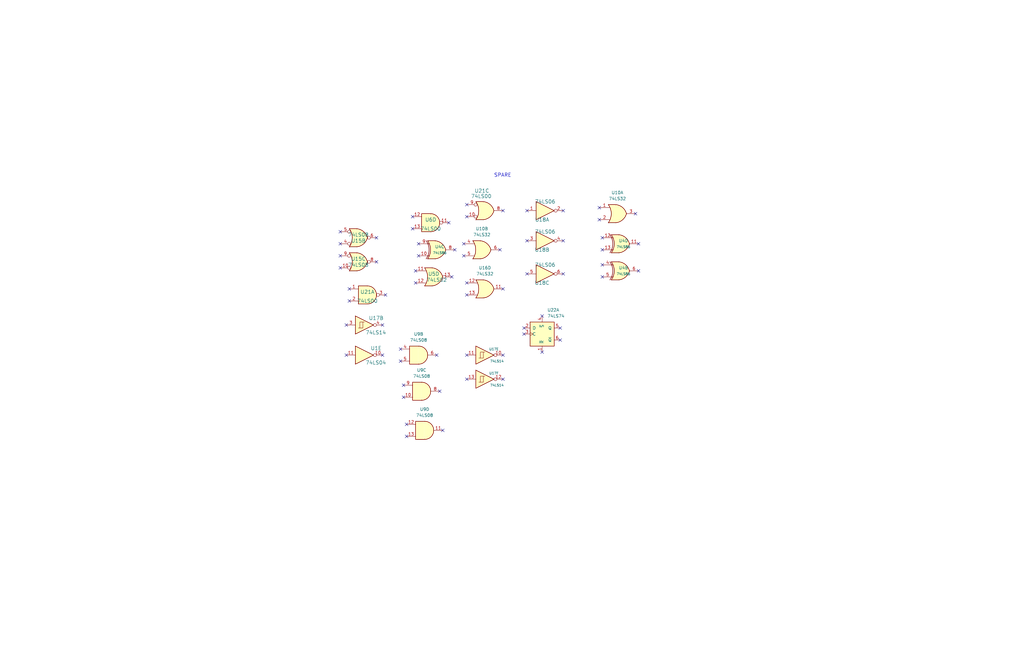
<source format=kicad_sch>
(kicad_sch
	(version 20250114)
	(generator "eeschema")
	(generator_version "9.0")
	(uuid "90c578dc-7e00-4a60-aeb6-bd2ba983a2f2")
	(paper "B")
	(title_block
		(title "6502PC")
		(date "2025-10-05")
		(rev "001")
		(comment 1 "https://github.com/danwerner21/6502PC")
		(comment 2 "Based on work by Andrew Lynch and John Coffman")
	)
	(lib_symbols
		(symbol "74xx:74LS00"
			(pin_names
				(offset 1.016)
			)
			(exclude_from_sim no)
			(in_bom yes)
			(on_board yes)
			(property "Reference" "U"
				(at 0 1.27 0)
				(effects
					(font
						(size 1.27 1.27)
					)
				)
			)
			(property "Value" "74LS00"
				(at 0 -1.27 0)
				(effects
					(font
						(size 1.27 1.27)
					)
				)
			)
			(property "Footprint" ""
				(at 0 0 0)
				(effects
					(font
						(size 1.27 1.27)
					)
					(hide yes)
				)
			)
			(property "Datasheet" "http://www.ti.com/lit/gpn/sn74ls00"
				(at 0 0 0)
				(effects
					(font
						(size 1.27 1.27)
					)
					(hide yes)
				)
			)
			(property "Description" "quad 2-input NAND gate"
				(at 0 0 0)
				(effects
					(font
						(size 1.27 1.27)
					)
					(hide yes)
				)
			)
			(property "ki_locked" ""
				(at 0 0 0)
				(effects
					(font
						(size 1.27 1.27)
					)
				)
			)
			(property "ki_keywords" "TTL nand 2-input"
				(at 0 0 0)
				(effects
					(font
						(size 1.27 1.27)
					)
					(hide yes)
				)
			)
			(property "ki_fp_filters" "DIP*W7.62mm* SO14*"
				(at 0 0 0)
				(effects
					(font
						(size 1.27 1.27)
					)
					(hide yes)
				)
			)
			(symbol "74LS00_1_1"
				(arc
					(start 0 3.81)
					(mid 3.7934 0)
					(end 0 -3.81)
					(stroke
						(width 0.254)
						(type default)
					)
					(fill
						(type background)
					)
				)
				(polyline
					(pts
						(xy 0 3.81) (xy -3.81 3.81) (xy -3.81 -3.81) (xy 0 -3.81)
					)
					(stroke
						(width 0.254)
						(type default)
					)
					(fill
						(type background)
					)
				)
				(pin input line
					(at -7.62 2.54 0)
					(length 3.81)
					(name "~"
						(effects
							(font
								(size 1.27 1.27)
							)
						)
					)
					(number "1"
						(effects
							(font
								(size 1.27 1.27)
							)
						)
					)
				)
				(pin input line
					(at -7.62 -2.54 0)
					(length 3.81)
					(name "~"
						(effects
							(font
								(size 1.27 1.27)
							)
						)
					)
					(number "2"
						(effects
							(font
								(size 1.27 1.27)
							)
						)
					)
				)
				(pin output inverted
					(at 7.62 0 180)
					(length 3.81)
					(name "~"
						(effects
							(font
								(size 1.27 1.27)
							)
						)
					)
					(number "3"
						(effects
							(font
								(size 1.27 1.27)
							)
						)
					)
				)
			)
			(symbol "74LS00_1_2"
				(arc
					(start -3.81 3.81)
					(mid -2.589 0)
					(end -3.81 -3.81)
					(stroke
						(width 0.254)
						(type default)
					)
					(fill
						(type none)
					)
				)
				(polyline
					(pts
						(xy -3.81 3.81) (xy -0.635 3.81)
					)
					(stroke
						(width 0.254)
						(type default)
					)
					(fill
						(type background)
					)
				)
				(polyline
					(pts
						(xy -3.81 -3.81) (xy -0.635 -3.81)
					)
					(stroke
						(width 0.254)
						(type default)
					)
					(fill
						(type background)
					)
				)
				(arc
					(start 3.81 0)
					(mid 2.1855 -2.584)
					(end -0.6096 -3.81)
					(stroke
						(width 0.254)
						(type default)
					)
					(fill
						(type background)
					)
				)
				(arc
					(start -0.6096 3.81)
					(mid 2.1928 2.5924)
					(end 3.81 0)
					(stroke
						(width 0.254)
						(type default)
					)
					(fill
						(type background)
					)
				)
				(polyline
					(pts
						(xy -0.635 3.81) (xy -3.81 3.81) (xy -3.81 3.81) (xy -3.556 3.4036) (xy -3.0226 2.2606) (xy -2.6924 1.0414)
						(xy -2.6162 -0.254) (xy -2.7686 -1.4986) (xy -3.175 -2.7178) (xy -3.81 -3.81) (xy -3.81 -3.81)
						(xy -0.635 -3.81)
					)
					(stroke
						(width -25.4)
						(type default)
					)
					(fill
						(type background)
					)
				)
				(pin input inverted
					(at -7.62 2.54 0)
					(length 4.318)
					(name "~"
						(effects
							(font
								(size 1.27 1.27)
							)
						)
					)
					(number "1"
						(effects
							(font
								(size 1.27 1.27)
							)
						)
					)
				)
				(pin input inverted
					(at -7.62 -2.54 0)
					(length 4.318)
					(name "~"
						(effects
							(font
								(size 1.27 1.27)
							)
						)
					)
					(number "2"
						(effects
							(font
								(size 1.27 1.27)
							)
						)
					)
				)
				(pin output line
					(at 7.62 0 180)
					(length 3.81)
					(name "~"
						(effects
							(font
								(size 1.27 1.27)
							)
						)
					)
					(number "3"
						(effects
							(font
								(size 1.27 1.27)
							)
						)
					)
				)
			)
			(symbol "74LS00_2_1"
				(arc
					(start 0 3.81)
					(mid 3.7934 0)
					(end 0 -3.81)
					(stroke
						(width 0.254)
						(type default)
					)
					(fill
						(type background)
					)
				)
				(polyline
					(pts
						(xy 0 3.81) (xy -3.81 3.81) (xy -3.81 -3.81) (xy 0 -3.81)
					)
					(stroke
						(width 0.254)
						(type default)
					)
					(fill
						(type background)
					)
				)
				(pin input line
					(at -7.62 2.54 0)
					(length 3.81)
					(name "~"
						(effects
							(font
								(size 1.27 1.27)
							)
						)
					)
					(number "4"
						(effects
							(font
								(size 1.27 1.27)
							)
						)
					)
				)
				(pin input line
					(at -7.62 -2.54 0)
					(length 3.81)
					(name "~"
						(effects
							(font
								(size 1.27 1.27)
							)
						)
					)
					(number "5"
						(effects
							(font
								(size 1.27 1.27)
							)
						)
					)
				)
				(pin output inverted
					(at 7.62 0 180)
					(length 3.81)
					(name "~"
						(effects
							(font
								(size 1.27 1.27)
							)
						)
					)
					(number "6"
						(effects
							(font
								(size 1.27 1.27)
							)
						)
					)
				)
			)
			(symbol "74LS00_2_2"
				(arc
					(start -3.81 3.81)
					(mid -2.589 0)
					(end -3.81 -3.81)
					(stroke
						(width 0.254)
						(type default)
					)
					(fill
						(type none)
					)
				)
				(polyline
					(pts
						(xy -3.81 3.81) (xy -0.635 3.81)
					)
					(stroke
						(width 0.254)
						(type default)
					)
					(fill
						(type background)
					)
				)
				(polyline
					(pts
						(xy -3.81 -3.81) (xy -0.635 -3.81)
					)
					(stroke
						(width 0.254)
						(type default)
					)
					(fill
						(type background)
					)
				)
				(arc
					(start 3.81 0)
					(mid 2.1855 -2.584)
					(end -0.6096 -3.81)
					(stroke
						(width 0.254)
						(type default)
					)
					(fill
						(type background)
					)
				)
				(arc
					(start -0.6096 3.81)
					(mid 2.1928 2.5924)
					(end 3.81 0)
					(stroke
						(width 0.254)
						(type default)
					)
					(fill
						(type background)
					)
				)
				(polyline
					(pts
						(xy -0.635 3.81) (xy -3.81 3.81) (xy -3.81 3.81) (xy -3.556 3.4036) (xy -3.0226 2.2606) (xy -2.6924 1.0414)
						(xy -2.6162 -0.254) (xy -2.7686 -1.4986) (xy -3.175 -2.7178) (xy -3.81 -3.81) (xy -3.81 -3.81)
						(xy -0.635 -3.81)
					)
					(stroke
						(width -25.4)
						(type default)
					)
					(fill
						(type background)
					)
				)
				(pin input inverted
					(at -7.62 2.54 0)
					(length 4.318)
					(name "~"
						(effects
							(font
								(size 1.27 1.27)
							)
						)
					)
					(number "4"
						(effects
							(font
								(size 1.27 1.27)
							)
						)
					)
				)
				(pin input inverted
					(at -7.62 -2.54 0)
					(length 4.318)
					(name "~"
						(effects
							(font
								(size 1.27 1.27)
							)
						)
					)
					(number "5"
						(effects
							(font
								(size 1.27 1.27)
							)
						)
					)
				)
				(pin output line
					(at 7.62 0 180)
					(length 3.81)
					(name "~"
						(effects
							(font
								(size 1.27 1.27)
							)
						)
					)
					(number "6"
						(effects
							(font
								(size 1.27 1.27)
							)
						)
					)
				)
			)
			(symbol "74LS00_3_1"
				(arc
					(start 0 3.81)
					(mid 3.7934 0)
					(end 0 -3.81)
					(stroke
						(width 0.254)
						(type default)
					)
					(fill
						(type background)
					)
				)
				(polyline
					(pts
						(xy 0 3.81) (xy -3.81 3.81) (xy -3.81 -3.81) (xy 0 -3.81)
					)
					(stroke
						(width 0.254)
						(type default)
					)
					(fill
						(type background)
					)
				)
				(pin input line
					(at -7.62 2.54 0)
					(length 3.81)
					(name "~"
						(effects
							(font
								(size 1.27 1.27)
							)
						)
					)
					(number "9"
						(effects
							(font
								(size 1.27 1.27)
							)
						)
					)
				)
				(pin input line
					(at -7.62 -2.54 0)
					(length 3.81)
					(name "~"
						(effects
							(font
								(size 1.27 1.27)
							)
						)
					)
					(number "10"
						(effects
							(font
								(size 1.27 1.27)
							)
						)
					)
				)
				(pin output inverted
					(at 7.62 0 180)
					(length 3.81)
					(name "~"
						(effects
							(font
								(size 1.27 1.27)
							)
						)
					)
					(number "8"
						(effects
							(font
								(size 1.27 1.27)
							)
						)
					)
				)
			)
			(symbol "74LS00_3_2"
				(arc
					(start -3.81 3.81)
					(mid -2.589 0)
					(end -3.81 -3.81)
					(stroke
						(width 0.254)
						(type default)
					)
					(fill
						(type none)
					)
				)
				(polyline
					(pts
						(xy -3.81 3.81) (xy -0.635 3.81)
					)
					(stroke
						(width 0.254)
						(type default)
					)
					(fill
						(type background)
					)
				)
				(polyline
					(pts
						(xy -3.81 -3.81) (xy -0.635 -3.81)
					)
					(stroke
						(width 0.254)
						(type default)
					)
					(fill
						(type background)
					)
				)
				(arc
					(start 3.81 0)
					(mid 2.1855 -2.584)
					(end -0.6096 -3.81)
					(stroke
						(width 0.254)
						(type default)
					)
					(fill
						(type background)
					)
				)
				(arc
					(start -0.6096 3.81)
					(mid 2.1928 2.5924)
					(end 3.81 0)
					(stroke
						(width 0.254)
						(type default)
					)
					(fill
						(type background)
					)
				)
				(polyline
					(pts
						(xy -0.635 3.81) (xy -3.81 3.81) (xy -3.81 3.81) (xy -3.556 3.4036) (xy -3.0226 2.2606) (xy -2.6924 1.0414)
						(xy -2.6162 -0.254) (xy -2.7686 -1.4986) (xy -3.175 -2.7178) (xy -3.81 -3.81) (xy -3.81 -3.81)
						(xy -0.635 -3.81)
					)
					(stroke
						(width -25.4)
						(type default)
					)
					(fill
						(type background)
					)
				)
				(pin input inverted
					(at -7.62 2.54 0)
					(length 4.318)
					(name "~"
						(effects
							(font
								(size 1.27 1.27)
							)
						)
					)
					(number "9"
						(effects
							(font
								(size 1.27 1.27)
							)
						)
					)
				)
				(pin input inverted
					(at -7.62 -2.54 0)
					(length 4.318)
					(name "~"
						(effects
							(font
								(size 1.27 1.27)
							)
						)
					)
					(number "10"
						(effects
							(font
								(size 1.27 1.27)
							)
						)
					)
				)
				(pin output line
					(at 7.62 0 180)
					(length 3.81)
					(name "~"
						(effects
							(font
								(size 1.27 1.27)
							)
						)
					)
					(number "8"
						(effects
							(font
								(size 1.27 1.27)
							)
						)
					)
				)
			)
			(symbol "74LS00_4_1"
				(arc
					(start 0 3.81)
					(mid 3.7934 0)
					(end 0 -3.81)
					(stroke
						(width 0.254)
						(type default)
					)
					(fill
						(type background)
					)
				)
				(polyline
					(pts
						(xy 0 3.81) (xy -3.81 3.81) (xy -3.81 -3.81) (xy 0 -3.81)
					)
					(stroke
						(width 0.254)
						(type default)
					)
					(fill
						(type background)
					)
				)
				(pin input line
					(at -7.62 2.54 0)
					(length 3.81)
					(name "~"
						(effects
							(font
								(size 1.27 1.27)
							)
						)
					)
					(number "12"
						(effects
							(font
								(size 1.27 1.27)
							)
						)
					)
				)
				(pin input line
					(at -7.62 -2.54 0)
					(length 3.81)
					(name "~"
						(effects
							(font
								(size 1.27 1.27)
							)
						)
					)
					(number "13"
						(effects
							(font
								(size 1.27 1.27)
							)
						)
					)
				)
				(pin output inverted
					(at 7.62 0 180)
					(length 3.81)
					(name "~"
						(effects
							(font
								(size 1.27 1.27)
							)
						)
					)
					(number "11"
						(effects
							(font
								(size 1.27 1.27)
							)
						)
					)
				)
			)
			(symbol "74LS00_4_2"
				(arc
					(start -3.81 3.81)
					(mid -2.589 0)
					(end -3.81 -3.81)
					(stroke
						(width 0.254)
						(type default)
					)
					(fill
						(type none)
					)
				)
				(polyline
					(pts
						(xy -3.81 3.81) (xy -0.635 3.81)
					)
					(stroke
						(width 0.254)
						(type default)
					)
					(fill
						(type background)
					)
				)
				(polyline
					(pts
						(xy -3.81 -3.81) (xy -0.635 -3.81)
					)
					(stroke
						(width 0.254)
						(type default)
					)
					(fill
						(type background)
					)
				)
				(arc
					(start 3.81 0)
					(mid 2.1855 -2.584)
					(end -0.6096 -3.81)
					(stroke
						(width 0.254)
						(type default)
					)
					(fill
						(type background)
					)
				)
				(arc
					(start -0.6096 3.81)
					(mid 2.1928 2.5924)
					(end 3.81 0)
					(stroke
						(width 0.254)
						(type default)
					)
					(fill
						(type background)
					)
				)
				(polyline
					(pts
						(xy -0.635 3.81) (xy -3.81 3.81) (xy -3.81 3.81) (xy -3.556 3.4036) (xy -3.0226 2.2606) (xy -2.6924 1.0414)
						(xy -2.6162 -0.254) (xy -2.7686 -1.4986) (xy -3.175 -2.7178) (xy -3.81 -3.81) (xy -3.81 -3.81)
						(xy -0.635 -3.81)
					)
					(stroke
						(width -25.4)
						(type default)
					)
					(fill
						(type background)
					)
				)
				(pin input inverted
					(at -7.62 2.54 0)
					(length 4.318)
					(name "~"
						(effects
							(font
								(size 1.27 1.27)
							)
						)
					)
					(number "12"
						(effects
							(font
								(size 1.27 1.27)
							)
						)
					)
				)
				(pin input inverted
					(at -7.62 -2.54 0)
					(length 4.318)
					(name "~"
						(effects
							(font
								(size 1.27 1.27)
							)
						)
					)
					(number "13"
						(effects
							(font
								(size 1.27 1.27)
							)
						)
					)
				)
				(pin output line
					(at 7.62 0 180)
					(length 3.81)
					(name "~"
						(effects
							(font
								(size 1.27 1.27)
							)
						)
					)
					(number "11"
						(effects
							(font
								(size 1.27 1.27)
							)
						)
					)
				)
			)
			(symbol "74LS00_5_0"
				(pin power_in line
					(at 0 12.7 270)
					(length 5.08)
					(name "VCC"
						(effects
							(font
								(size 1.27 1.27)
							)
						)
					)
					(number "14"
						(effects
							(font
								(size 1.27 1.27)
							)
						)
					)
				)
				(pin power_in line
					(at 0 -12.7 90)
					(length 5.08)
					(name "GND"
						(effects
							(font
								(size 1.27 1.27)
							)
						)
					)
					(number "7"
						(effects
							(font
								(size 1.27 1.27)
							)
						)
					)
				)
			)
			(symbol "74LS00_5_1"
				(rectangle
					(start -5.08 7.62)
					(end 5.08 -7.62)
					(stroke
						(width 0.254)
						(type default)
					)
					(fill
						(type background)
					)
				)
			)
			(embedded_fonts no)
		)
		(symbol "74xx:74LS02"
			(pin_names
				(offset 1.016)
			)
			(exclude_from_sim no)
			(in_bom yes)
			(on_board yes)
			(property "Reference" "U"
				(at 0 1.27 0)
				(effects
					(font
						(size 1.27 1.27)
					)
				)
			)
			(property "Value" "74LS02"
				(at 0 -1.27 0)
				(effects
					(font
						(size 1.27 1.27)
					)
				)
			)
			(property "Footprint" ""
				(at 0 0 0)
				(effects
					(font
						(size 1.27 1.27)
					)
					(hide yes)
				)
			)
			(property "Datasheet" "http://www.ti.com/lit/gpn/sn74ls02"
				(at 0 0 0)
				(effects
					(font
						(size 1.27 1.27)
					)
					(hide yes)
				)
			)
			(property "Description" "quad 2-input NOR gate"
				(at 0 0 0)
				(effects
					(font
						(size 1.27 1.27)
					)
					(hide yes)
				)
			)
			(property "ki_locked" ""
				(at 0 0 0)
				(effects
					(font
						(size 1.27 1.27)
					)
				)
			)
			(property "ki_keywords" "TTL Nor2"
				(at 0 0 0)
				(effects
					(font
						(size 1.27 1.27)
					)
					(hide yes)
				)
			)
			(property "ki_fp_filters" "SO14* DIP*W7.62mm*"
				(at 0 0 0)
				(effects
					(font
						(size 1.27 1.27)
					)
					(hide yes)
				)
			)
			(symbol "74LS02_1_1"
				(arc
					(start -3.81 3.81)
					(mid -2.589 0)
					(end -3.81 -3.81)
					(stroke
						(width 0.254)
						(type default)
					)
					(fill
						(type none)
					)
				)
				(polyline
					(pts
						(xy -3.81 3.81) (xy -0.635 3.81)
					)
					(stroke
						(width 0.254)
						(type default)
					)
					(fill
						(type background)
					)
				)
				(polyline
					(pts
						(xy -3.81 -3.81) (xy -0.635 -3.81)
					)
					(stroke
						(width 0.254)
						(type default)
					)
					(fill
						(type background)
					)
				)
				(arc
					(start 3.81 0)
					(mid 2.1855 -2.584)
					(end -0.6096 -3.81)
					(stroke
						(width 0.254)
						(type default)
					)
					(fill
						(type background)
					)
				)
				(arc
					(start -0.6096 3.81)
					(mid 2.1928 2.5924)
					(end 3.81 0)
					(stroke
						(width 0.254)
						(type default)
					)
					(fill
						(type background)
					)
				)
				(polyline
					(pts
						(xy -0.635 3.81) (xy -3.81 3.81) (xy -3.81 3.81) (xy -3.556 3.4036) (xy -3.0226 2.2606) (xy -2.6924 1.0414)
						(xy -2.6162 -0.254) (xy -2.7686 -1.4986) (xy -3.175 -2.7178) (xy -3.81 -3.81) (xy -3.81 -3.81)
						(xy -0.635 -3.81)
					)
					(stroke
						(width -25.4)
						(type default)
					)
					(fill
						(type background)
					)
				)
				(pin input line
					(at -7.62 2.54 0)
					(length 4.318)
					(name "~"
						(effects
							(font
								(size 1.27 1.27)
							)
						)
					)
					(number "2"
						(effects
							(font
								(size 1.27 1.27)
							)
						)
					)
				)
				(pin input line
					(at -7.62 -2.54 0)
					(length 4.318)
					(name "~"
						(effects
							(font
								(size 1.27 1.27)
							)
						)
					)
					(number "3"
						(effects
							(font
								(size 1.27 1.27)
							)
						)
					)
				)
				(pin output inverted
					(at 7.62 0 180)
					(length 3.81)
					(name "~"
						(effects
							(font
								(size 1.27 1.27)
							)
						)
					)
					(number "1"
						(effects
							(font
								(size 1.27 1.27)
							)
						)
					)
				)
			)
			(symbol "74LS02_1_2"
				(arc
					(start 0 3.81)
					(mid 3.7934 0)
					(end 0 -3.81)
					(stroke
						(width 0.254)
						(type default)
					)
					(fill
						(type background)
					)
				)
				(polyline
					(pts
						(xy 0 3.81) (xy -3.81 3.81) (xy -3.81 -3.81) (xy 0 -3.81)
					)
					(stroke
						(width 0.254)
						(type default)
					)
					(fill
						(type background)
					)
				)
				(pin input inverted
					(at -7.62 2.54 0)
					(length 3.81)
					(name "~"
						(effects
							(font
								(size 1.27 1.27)
							)
						)
					)
					(number "2"
						(effects
							(font
								(size 1.27 1.27)
							)
						)
					)
				)
				(pin input inverted
					(at -7.62 -2.54 0)
					(length 3.81)
					(name "~"
						(effects
							(font
								(size 1.27 1.27)
							)
						)
					)
					(number "3"
						(effects
							(font
								(size 1.27 1.27)
							)
						)
					)
				)
				(pin output line
					(at 7.62 0 180)
					(length 3.81)
					(name "~"
						(effects
							(font
								(size 1.27 1.27)
							)
						)
					)
					(number "1"
						(effects
							(font
								(size 1.27 1.27)
							)
						)
					)
				)
			)
			(symbol "74LS02_2_1"
				(arc
					(start -3.81 3.81)
					(mid -2.589 0)
					(end -3.81 -3.81)
					(stroke
						(width 0.254)
						(type default)
					)
					(fill
						(type none)
					)
				)
				(polyline
					(pts
						(xy -3.81 3.81) (xy -0.635 3.81)
					)
					(stroke
						(width 0.254)
						(type default)
					)
					(fill
						(type background)
					)
				)
				(polyline
					(pts
						(xy -3.81 -3.81) (xy -0.635 -3.81)
					)
					(stroke
						(width 0.254)
						(type default)
					)
					(fill
						(type background)
					)
				)
				(arc
					(start 3.81 0)
					(mid 2.1855 -2.584)
					(end -0.6096 -3.81)
					(stroke
						(width 0.254)
						(type default)
					)
					(fill
						(type background)
					)
				)
				(arc
					(start -0.6096 3.81)
					(mid 2.1928 2.5924)
					(end 3.81 0)
					(stroke
						(width 0.254)
						(type default)
					)
					(fill
						(type background)
					)
				)
				(polyline
					(pts
						(xy -0.635 3.81) (xy -3.81 3.81) (xy -3.81 3.81) (xy -3.556 3.4036) (xy -3.0226 2.2606) (xy -2.6924 1.0414)
						(xy -2.6162 -0.254) (xy -2.7686 -1.4986) (xy -3.175 -2.7178) (xy -3.81 -3.81) (xy -3.81 -3.81)
						(xy -0.635 -3.81)
					)
					(stroke
						(width -25.4)
						(type default)
					)
					(fill
						(type background)
					)
				)
				(pin input line
					(at -7.62 2.54 0)
					(length 4.318)
					(name "~"
						(effects
							(font
								(size 1.27 1.27)
							)
						)
					)
					(number "5"
						(effects
							(font
								(size 1.27 1.27)
							)
						)
					)
				)
				(pin input line
					(at -7.62 -2.54 0)
					(length 4.318)
					(name "~"
						(effects
							(font
								(size 1.27 1.27)
							)
						)
					)
					(number "6"
						(effects
							(font
								(size 1.27 1.27)
							)
						)
					)
				)
				(pin output inverted
					(at 7.62 0 180)
					(length 3.81)
					(name "~"
						(effects
							(font
								(size 1.27 1.27)
							)
						)
					)
					(number "4"
						(effects
							(font
								(size 1.27 1.27)
							)
						)
					)
				)
			)
			(symbol "74LS02_2_2"
				(arc
					(start 0 3.81)
					(mid 3.7934 0)
					(end 0 -3.81)
					(stroke
						(width 0.254)
						(type default)
					)
					(fill
						(type background)
					)
				)
				(polyline
					(pts
						(xy 0 3.81) (xy -3.81 3.81) (xy -3.81 -3.81) (xy 0 -3.81)
					)
					(stroke
						(width 0.254)
						(type default)
					)
					(fill
						(type background)
					)
				)
				(pin input inverted
					(at -7.62 2.54 0)
					(length 3.81)
					(name "~"
						(effects
							(font
								(size 1.27 1.27)
							)
						)
					)
					(number "5"
						(effects
							(font
								(size 1.27 1.27)
							)
						)
					)
				)
				(pin input inverted
					(at -7.62 -2.54 0)
					(length 3.81)
					(name "~"
						(effects
							(font
								(size 1.27 1.27)
							)
						)
					)
					(number "6"
						(effects
							(font
								(size 1.27 1.27)
							)
						)
					)
				)
				(pin output line
					(at 7.62 0 180)
					(length 3.81)
					(name "~"
						(effects
							(font
								(size 1.27 1.27)
							)
						)
					)
					(number "4"
						(effects
							(font
								(size 1.27 1.27)
							)
						)
					)
				)
			)
			(symbol "74LS02_3_1"
				(arc
					(start -3.81 3.81)
					(mid -2.589 0)
					(end -3.81 -3.81)
					(stroke
						(width 0.254)
						(type default)
					)
					(fill
						(type none)
					)
				)
				(polyline
					(pts
						(xy -3.81 3.81) (xy -0.635 3.81)
					)
					(stroke
						(width 0.254)
						(type default)
					)
					(fill
						(type background)
					)
				)
				(polyline
					(pts
						(xy -3.81 -3.81) (xy -0.635 -3.81)
					)
					(stroke
						(width 0.254)
						(type default)
					)
					(fill
						(type background)
					)
				)
				(arc
					(start 3.81 0)
					(mid 2.1855 -2.584)
					(end -0.6096 -3.81)
					(stroke
						(width 0.254)
						(type default)
					)
					(fill
						(type background)
					)
				)
				(arc
					(start -0.6096 3.81)
					(mid 2.1928 2.5924)
					(end 3.81 0)
					(stroke
						(width 0.254)
						(type default)
					)
					(fill
						(type background)
					)
				)
				(polyline
					(pts
						(xy -0.635 3.81) (xy -3.81 3.81) (xy -3.81 3.81) (xy -3.556 3.4036) (xy -3.0226 2.2606) (xy -2.6924 1.0414)
						(xy -2.6162 -0.254) (xy -2.7686 -1.4986) (xy -3.175 -2.7178) (xy -3.81 -3.81) (xy -3.81 -3.81)
						(xy -0.635 -3.81)
					)
					(stroke
						(width -25.4)
						(type default)
					)
					(fill
						(type background)
					)
				)
				(pin input line
					(at -7.62 2.54 0)
					(length 4.318)
					(name "~"
						(effects
							(font
								(size 1.27 1.27)
							)
						)
					)
					(number "8"
						(effects
							(font
								(size 1.27 1.27)
							)
						)
					)
				)
				(pin input line
					(at -7.62 -2.54 0)
					(length 4.318)
					(name "~"
						(effects
							(font
								(size 1.27 1.27)
							)
						)
					)
					(number "9"
						(effects
							(font
								(size 1.27 1.27)
							)
						)
					)
				)
				(pin output inverted
					(at 7.62 0 180)
					(length 3.81)
					(name "~"
						(effects
							(font
								(size 1.27 1.27)
							)
						)
					)
					(number "10"
						(effects
							(font
								(size 1.27 1.27)
							)
						)
					)
				)
			)
			(symbol "74LS02_3_2"
				(arc
					(start 0 3.81)
					(mid 3.7934 0)
					(end 0 -3.81)
					(stroke
						(width 0.254)
						(type default)
					)
					(fill
						(type background)
					)
				)
				(polyline
					(pts
						(xy 0 3.81) (xy -3.81 3.81) (xy -3.81 -3.81) (xy 0 -3.81)
					)
					(stroke
						(width 0.254)
						(type default)
					)
					(fill
						(type background)
					)
				)
				(pin input inverted
					(at -7.62 2.54 0)
					(length 3.81)
					(name "~"
						(effects
							(font
								(size 1.27 1.27)
							)
						)
					)
					(number "8"
						(effects
							(font
								(size 1.27 1.27)
							)
						)
					)
				)
				(pin input inverted
					(at -7.62 -2.54 0)
					(length 3.81)
					(name "~"
						(effects
							(font
								(size 1.27 1.27)
							)
						)
					)
					(number "9"
						(effects
							(font
								(size 1.27 1.27)
							)
						)
					)
				)
				(pin output line
					(at 7.62 0 180)
					(length 3.81)
					(name "~"
						(effects
							(font
								(size 1.27 1.27)
							)
						)
					)
					(number "10"
						(effects
							(font
								(size 1.27 1.27)
							)
						)
					)
				)
			)
			(symbol "74LS02_4_1"
				(arc
					(start -3.81 3.81)
					(mid -2.589 0)
					(end -3.81 -3.81)
					(stroke
						(width 0.254)
						(type default)
					)
					(fill
						(type none)
					)
				)
				(polyline
					(pts
						(xy -3.81 3.81) (xy -0.635 3.81)
					)
					(stroke
						(width 0.254)
						(type default)
					)
					(fill
						(type background)
					)
				)
				(polyline
					(pts
						(xy -3.81 -3.81) (xy -0.635 -3.81)
					)
					(stroke
						(width 0.254)
						(type default)
					)
					(fill
						(type background)
					)
				)
				(arc
					(start 3.81 0)
					(mid 2.1855 -2.584)
					(end -0.6096 -3.81)
					(stroke
						(width 0.254)
						(type default)
					)
					(fill
						(type background)
					)
				)
				(arc
					(start -0.6096 3.81)
					(mid 2.1928 2.5924)
					(end 3.81 0)
					(stroke
						(width 0.254)
						(type default)
					)
					(fill
						(type background)
					)
				)
				(polyline
					(pts
						(xy -0.635 3.81) (xy -3.81 3.81) (xy -3.81 3.81) (xy -3.556 3.4036) (xy -3.0226 2.2606) (xy -2.6924 1.0414)
						(xy -2.6162 -0.254) (xy -2.7686 -1.4986) (xy -3.175 -2.7178) (xy -3.81 -3.81) (xy -3.81 -3.81)
						(xy -0.635 -3.81)
					)
					(stroke
						(width -25.4)
						(type default)
					)
					(fill
						(type background)
					)
				)
				(pin input line
					(at -7.62 2.54 0)
					(length 4.318)
					(name "~"
						(effects
							(font
								(size 1.27 1.27)
							)
						)
					)
					(number "11"
						(effects
							(font
								(size 1.27 1.27)
							)
						)
					)
				)
				(pin input line
					(at -7.62 -2.54 0)
					(length 4.318)
					(name "~"
						(effects
							(font
								(size 1.27 1.27)
							)
						)
					)
					(number "12"
						(effects
							(font
								(size 1.27 1.27)
							)
						)
					)
				)
				(pin output inverted
					(at 7.62 0 180)
					(length 3.81)
					(name "~"
						(effects
							(font
								(size 1.27 1.27)
							)
						)
					)
					(number "13"
						(effects
							(font
								(size 1.27 1.27)
							)
						)
					)
				)
			)
			(symbol "74LS02_4_2"
				(arc
					(start 0 3.81)
					(mid 3.7934 0)
					(end 0 -3.81)
					(stroke
						(width 0.254)
						(type default)
					)
					(fill
						(type background)
					)
				)
				(polyline
					(pts
						(xy 0 3.81) (xy -3.81 3.81) (xy -3.81 -3.81) (xy 0 -3.81)
					)
					(stroke
						(width 0.254)
						(type default)
					)
					(fill
						(type background)
					)
				)
				(pin input inverted
					(at -7.62 2.54 0)
					(length 3.81)
					(name "~"
						(effects
							(font
								(size 1.27 1.27)
							)
						)
					)
					(number "11"
						(effects
							(font
								(size 1.27 1.27)
							)
						)
					)
				)
				(pin input inverted
					(at -7.62 -2.54 0)
					(length 3.81)
					(name "~"
						(effects
							(font
								(size 1.27 1.27)
							)
						)
					)
					(number "12"
						(effects
							(font
								(size 1.27 1.27)
							)
						)
					)
				)
				(pin output line
					(at 7.62 0 180)
					(length 3.81)
					(name "~"
						(effects
							(font
								(size 1.27 1.27)
							)
						)
					)
					(number "13"
						(effects
							(font
								(size 1.27 1.27)
							)
						)
					)
				)
			)
			(symbol "74LS02_5_0"
				(pin power_in line
					(at 0 12.7 270)
					(length 5.08)
					(name "VCC"
						(effects
							(font
								(size 1.27 1.27)
							)
						)
					)
					(number "14"
						(effects
							(font
								(size 1.27 1.27)
							)
						)
					)
				)
				(pin power_in line
					(at 0 -12.7 90)
					(length 5.08)
					(name "GND"
						(effects
							(font
								(size 1.27 1.27)
							)
						)
					)
					(number "7"
						(effects
							(font
								(size 1.27 1.27)
							)
						)
					)
				)
			)
			(symbol "74LS02_5_1"
				(rectangle
					(start -5.08 7.62)
					(end 5.08 -7.62)
					(stroke
						(width 0.254)
						(type default)
					)
					(fill
						(type background)
					)
				)
			)
			(embedded_fonts no)
		)
		(symbol "74xx:74LS04"
			(exclude_from_sim no)
			(in_bom yes)
			(on_board yes)
			(property "Reference" "U"
				(at 0 1.27 0)
				(effects
					(font
						(size 1.27 1.27)
					)
				)
			)
			(property "Value" "74LS04"
				(at 0 -1.27 0)
				(effects
					(font
						(size 1.27 1.27)
					)
				)
			)
			(property "Footprint" ""
				(at 0 0 0)
				(effects
					(font
						(size 1.27 1.27)
					)
					(hide yes)
				)
			)
			(property "Datasheet" "http://www.ti.com/lit/gpn/sn74LS04"
				(at 0 0 0)
				(effects
					(font
						(size 1.27 1.27)
					)
					(hide yes)
				)
			)
			(property "Description" "Hex Inverter"
				(at 0 0 0)
				(effects
					(font
						(size 1.27 1.27)
					)
					(hide yes)
				)
			)
			(property "ki_locked" ""
				(at 0 0 0)
				(effects
					(font
						(size 1.27 1.27)
					)
				)
			)
			(property "ki_keywords" "TTL not inv"
				(at 0 0 0)
				(effects
					(font
						(size 1.27 1.27)
					)
					(hide yes)
				)
			)
			(property "ki_fp_filters" "DIP*W7.62mm* SSOP?14* TSSOP?14*"
				(at 0 0 0)
				(effects
					(font
						(size 1.27 1.27)
					)
					(hide yes)
				)
			)
			(symbol "74LS04_1_0"
				(polyline
					(pts
						(xy -3.81 3.81) (xy -3.81 -3.81) (xy 3.81 0) (xy -3.81 3.81)
					)
					(stroke
						(width 0.254)
						(type default)
					)
					(fill
						(type background)
					)
				)
				(pin input line
					(at -7.62 0 0)
					(length 3.81)
					(name "~"
						(effects
							(font
								(size 1.27 1.27)
							)
						)
					)
					(number "1"
						(effects
							(font
								(size 1.27 1.27)
							)
						)
					)
				)
				(pin output inverted
					(at 7.62 0 180)
					(length 3.81)
					(name "~"
						(effects
							(font
								(size 1.27 1.27)
							)
						)
					)
					(number "2"
						(effects
							(font
								(size 1.27 1.27)
							)
						)
					)
				)
			)
			(symbol "74LS04_2_0"
				(polyline
					(pts
						(xy -3.81 3.81) (xy -3.81 -3.81) (xy 3.81 0) (xy -3.81 3.81)
					)
					(stroke
						(width 0.254)
						(type default)
					)
					(fill
						(type background)
					)
				)
				(pin input line
					(at -7.62 0 0)
					(length 3.81)
					(name "~"
						(effects
							(font
								(size 1.27 1.27)
							)
						)
					)
					(number "3"
						(effects
							(font
								(size 1.27 1.27)
							)
						)
					)
				)
				(pin output inverted
					(at 7.62 0 180)
					(length 3.81)
					(name "~"
						(effects
							(font
								(size 1.27 1.27)
							)
						)
					)
					(number "4"
						(effects
							(font
								(size 1.27 1.27)
							)
						)
					)
				)
			)
			(symbol "74LS04_3_0"
				(polyline
					(pts
						(xy -3.81 3.81) (xy -3.81 -3.81) (xy 3.81 0) (xy -3.81 3.81)
					)
					(stroke
						(width 0.254)
						(type default)
					)
					(fill
						(type background)
					)
				)
				(pin input line
					(at -7.62 0 0)
					(length 3.81)
					(name "~"
						(effects
							(font
								(size 1.27 1.27)
							)
						)
					)
					(number "5"
						(effects
							(font
								(size 1.27 1.27)
							)
						)
					)
				)
				(pin output inverted
					(at 7.62 0 180)
					(length 3.81)
					(name "~"
						(effects
							(font
								(size 1.27 1.27)
							)
						)
					)
					(number "6"
						(effects
							(font
								(size 1.27 1.27)
							)
						)
					)
				)
			)
			(symbol "74LS04_4_0"
				(polyline
					(pts
						(xy -3.81 3.81) (xy -3.81 -3.81) (xy 3.81 0) (xy -3.81 3.81)
					)
					(stroke
						(width 0.254)
						(type default)
					)
					(fill
						(type background)
					)
				)
				(pin input line
					(at -7.62 0 0)
					(length 3.81)
					(name "~"
						(effects
							(font
								(size 1.27 1.27)
							)
						)
					)
					(number "9"
						(effects
							(font
								(size 1.27 1.27)
							)
						)
					)
				)
				(pin output inverted
					(at 7.62 0 180)
					(length 3.81)
					(name "~"
						(effects
							(font
								(size 1.27 1.27)
							)
						)
					)
					(number "8"
						(effects
							(font
								(size 1.27 1.27)
							)
						)
					)
				)
			)
			(symbol "74LS04_5_0"
				(polyline
					(pts
						(xy -3.81 3.81) (xy -3.81 -3.81) (xy 3.81 0) (xy -3.81 3.81)
					)
					(stroke
						(width 0.254)
						(type default)
					)
					(fill
						(type background)
					)
				)
				(pin input line
					(at -7.62 0 0)
					(length 3.81)
					(name "~"
						(effects
							(font
								(size 1.27 1.27)
							)
						)
					)
					(number "11"
						(effects
							(font
								(size 1.27 1.27)
							)
						)
					)
				)
				(pin output inverted
					(at 7.62 0 180)
					(length 3.81)
					(name "~"
						(effects
							(font
								(size 1.27 1.27)
							)
						)
					)
					(number "10"
						(effects
							(font
								(size 1.27 1.27)
							)
						)
					)
				)
			)
			(symbol "74LS04_6_0"
				(polyline
					(pts
						(xy -3.81 3.81) (xy -3.81 -3.81) (xy 3.81 0) (xy -3.81 3.81)
					)
					(stroke
						(width 0.254)
						(type default)
					)
					(fill
						(type background)
					)
				)
				(pin input line
					(at -7.62 0 0)
					(length 3.81)
					(name "~"
						(effects
							(font
								(size 1.27 1.27)
							)
						)
					)
					(number "13"
						(effects
							(font
								(size 1.27 1.27)
							)
						)
					)
				)
				(pin output inverted
					(at 7.62 0 180)
					(length 3.81)
					(name "~"
						(effects
							(font
								(size 1.27 1.27)
							)
						)
					)
					(number "12"
						(effects
							(font
								(size 1.27 1.27)
							)
						)
					)
				)
			)
			(symbol "74LS04_7_0"
				(pin power_in line
					(at 0 12.7 270)
					(length 5.08)
					(name "VCC"
						(effects
							(font
								(size 1.27 1.27)
							)
						)
					)
					(number "14"
						(effects
							(font
								(size 1.27 1.27)
							)
						)
					)
				)
				(pin power_in line
					(at 0 -12.7 90)
					(length 5.08)
					(name "GND"
						(effects
							(font
								(size 1.27 1.27)
							)
						)
					)
					(number "7"
						(effects
							(font
								(size 1.27 1.27)
							)
						)
					)
				)
			)
			(symbol "74LS04_7_1"
				(rectangle
					(start -5.08 7.62)
					(end 5.08 -7.62)
					(stroke
						(width 0.254)
						(type default)
					)
					(fill
						(type background)
					)
				)
			)
			(embedded_fonts no)
		)
		(symbol "74xx:74LS06"
			(pin_names
				(offset 1.016)
			)
			(exclude_from_sim no)
			(in_bom yes)
			(on_board yes)
			(property "Reference" "U"
				(at 0 1.27 0)
				(effects
					(font
						(size 1.27 1.27)
					)
				)
			)
			(property "Value" "74LS06"
				(at 0 -1.27 0)
				(effects
					(font
						(size 1.27 1.27)
					)
				)
			)
			(property "Footprint" ""
				(at 0 0 0)
				(effects
					(font
						(size 1.27 1.27)
					)
					(hide yes)
				)
			)
			(property "Datasheet" "http://www.ti.com/lit/gpn/sn74LS06"
				(at 0 0 0)
				(effects
					(font
						(size 1.27 1.27)
					)
					(hide yes)
				)
			)
			(property "Description" "Inverter Open Collect"
				(at 0 0 0)
				(effects
					(font
						(size 1.27 1.27)
					)
					(hide yes)
				)
			)
			(property "ki_locked" ""
				(at 0 0 0)
				(effects
					(font
						(size 1.27 1.27)
					)
				)
			)
			(property "ki_keywords" "TTL not inv OpenCol"
				(at 0 0 0)
				(effects
					(font
						(size 1.27 1.27)
					)
					(hide yes)
				)
			)
			(property "ki_fp_filters" "DIP*W7.62mm*"
				(at 0 0 0)
				(effects
					(font
						(size 1.27 1.27)
					)
					(hide yes)
				)
			)
			(symbol "74LS06_1_0"
				(polyline
					(pts
						(xy -3.81 3.81) (xy -3.81 -3.81) (xy 3.81 0) (xy -3.81 3.81)
					)
					(stroke
						(width 0.254)
						(type default)
					)
					(fill
						(type background)
					)
				)
				(pin input line
					(at -7.62 0 0)
					(length 3.81)
					(name "~"
						(effects
							(font
								(size 1.27 1.27)
							)
						)
					)
					(number "1"
						(effects
							(font
								(size 1.27 1.27)
							)
						)
					)
				)
				(pin open_collector inverted
					(at 7.62 0 180)
					(length 3.81)
					(name "~"
						(effects
							(font
								(size 1.27 1.27)
							)
						)
					)
					(number "2"
						(effects
							(font
								(size 1.27 1.27)
							)
						)
					)
				)
			)
			(symbol "74LS06_2_0"
				(polyline
					(pts
						(xy -3.81 3.81) (xy -3.81 -3.81) (xy 3.81 0) (xy -3.81 3.81)
					)
					(stroke
						(width 0.254)
						(type default)
					)
					(fill
						(type background)
					)
				)
				(pin input line
					(at -7.62 0 0)
					(length 3.81)
					(name "~"
						(effects
							(font
								(size 1.27 1.27)
							)
						)
					)
					(number "3"
						(effects
							(font
								(size 1.27 1.27)
							)
						)
					)
				)
				(pin open_collector inverted
					(at 7.62 0 180)
					(length 3.81)
					(name "~"
						(effects
							(font
								(size 1.27 1.27)
							)
						)
					)
					(number "4"
						(effects
							(font
								(size 1.27 1.27)
							)
						)
					)
				)
			)
			(symbol "74LS06_3_0"
				(polyline
					(pts
						(xy -3.81 3.81) (xy -3.81 -3.81) (xy 3.81 0) (xy -3.81 3.81)
					)
					(stroke
						(width 0.254)
						(type default)
					)
					(fill
						(type background)
					)
				)
				(pin input line
					(at -7.62 0 0)
					(length 3.81)
					(name "~"
						(effects
							(font
								(size 1.27 1.27)
							)
						)
					)
					(number "5"
						(effects
							(font
								(size 1.27 1.27)
							)
						)
					)
				)
				(pin open_collector inverted
					(at 7.62 0 180)
					(length 3.81)
					(name "~"
						(effects
							(font
								(size 1.27 1.27)
							)
						)
					)
					(number "6"
						(effects
							(font
								(size 1.27 1.27)
							)
						)
					)
				)
			)
			(symbol "74LS06_4_0"
				(polyline
					(pts
						(xy -3.81 3.81) (xy -3.81 -3.81) (xy 3.81 0) (xy -3.81 3.81)
					)
					(stroke
						(width 0.254)
						(type default)
					)
					(fill
						(type background)
					)
				)
				(pin input line
					(at -7.62 0 0)
					(length 3.81)
					(name "~"
						(effects
							(font
								(size 1.27 1.27)
							)
						)
					)
					(number "9"
						(effects
							(font
								(size 1.27 1.27)
							)
						)
					)
				)
				(pin open_collector inverted
					(at 7.62 0 180)
					(length 3.81)
					(name "~"
						(effects
							(font
								(size 1.27 1.27)
							)
						)
					)
					(number "8"
						(effects
							(font
								(size 1.27 1.27)
							)
						)
					)
				)
			)
			(symbol "74LS06_5_0"
				(polyline
					(pts
						(xy -3.81 3.81) (xy -3.81 -3.81) (xy 3.81 0) (xy -3.81 3.81)
					)
					(stroke
						(width 0.254)
						(type default)
					)
					(fill
						(type background)
					)
				)
				(pin input line
					(at -7.62 0 0)
					(length 3.81)
					(name "~"
						(effects
							(font
								(size 1.27 1.27)
							)
						)
					)
					(number "11"
						(effects
							(font
								(size 1.27 1.27)
							)
						)
					)
				)
				(pin open_collector inverted
					(at 7.62 0 180)
					(length 3.81)
					(name "~"
						(effects
							(font
								(size 1.27 1.27)
							)
						)
					)
					(number "10"
						(effects
							(font
								(size 1.27 1.27)
							)
						)
					)
				)
			)
			(symbol "74LS06_6_0"
				(polyline
					(pts
						(xy -3.81 3.81) (xy -3.81 -3.81) (xy 3.81 0) (xy -3.81 3.81)
					)
					(stroke
						(width 0.254)
						(type default)
					)
					(fill
						(type background)
					)
				)
				(pin input line
					(at -7.62 0 0)
					(length 3.81)
					(name "~"
						(effects
							(font
								(size 1.27 1.27)
							)
						)
					)
					(number "13"
						(effects
							(font
								(size 1.27 1.27)
							)
						)
					)
				)
				(pin open_collector inverted
					(at 7.62 0 180)
					(length 3.81)
					(name "~"
						(effects
							(font
								(size 1.27 1.27)
							)
						)
					)
					(number "12"
						(effects
							(font
								(size 1.27 1.27)
							)
						)
					)
				)
			)
			(symbol "74LS06_7_0"
				(pin power_in line
					(at 0 12.7 270)
					(length 5.08)
					(name "VCC"
						(effects
							(font
								(size 1.27 1.27)
							)
						)
					)
					(number "14"
						(effects
							(font
								(size 1.27 1.27)
							)
						)
					)
				)
				(pin power_in line
					(at 0 -12.7 90)
					(length 5.08)
					(name "GND"
						(effects
							(font
								(size 1.27 1.27)
							)
						)
					)
					(number "7"
						(effects
							(font
								(size 1.27 1.27)
							)
						)
					)
				)
			)
			(symbol "74LS06_7_1"
				(rectangle
					(start -5.08 7.62)
					(end 5.08 -7.62)
					(stroke
						(width 0.254)
						(type default)
					)
					(fill
						(type background)
					)
				)
			)
			(embedded_fonts no)
		)
		(symbol "74xx:74LS08"
			(pin_names
				(offset 1.016)
			)
			(exclude_from_sim no)
			(in_bom yes)
			(on_board yes)
			(property "Reference" "U"
				(at 0 1.27 0)
				(effects
					(font
						(size 1.27 1.27)
					)
				)
			)
			(property "Value" "74LS08"
				(at 0 -1.27 0)
				(effects
					(font
						(size 1.27 1.27)
					)
				)
			)
			(property "Footprint" ""
				(at 0 0 0)
				(effects
					(font
						(size 1.27 1.27)
					)
					(hide yes)
				)
			)
			(property "Datasheet" "http://www.ti.com/lit/gpn/sn74LS08"
				(at 0 0 0)
				(effects
					(font
						(size 1.27 1.27)
					)
					(hide yes)
				)
			)
			(property "Description" "Quad And2"
				(at 0 0 0)
				(effects
					(font
						(size 1.27 1.27)
					)
					(hide yes)
				)
			)
			(property "ki_locked" ""
				(at 0 0 0)
				(effects
					(font
						(size 1.27 1.27)
					)
				)
			)
			(property "ki_keywords" "TTL and2"
				(at 0 0 0)
				(effects
					(font
						(size 1.27 1.27)
					)
					(hide yes)
				)
			)
			(property "ki_fp_filters" "DIP*W7.62mm*"
				(at 0 0 0)
				(effects
					(font
						(size 1.27 1.27)
					)
					(hide yes)
				)
			)
			(symbol "74LS08_1_1"
				(arc
					(start 0 3.81)
					(mid 3.7934 0)
					(end 0 -3.81)
					(stroke
						(width 0.254)
						(type default)
					)
					(fill
						(type background)
					)
				)
				(polyline
					(pts
						(xy 0 3.81) (xy -3.81 3.81) (xy -3.81 -3.81) (xy 0 -3.81)
					)
					(stroke
						(width 0.254)
						(type default)
					)
					(fill
						(type background)
					)
				)
				(pin input line
					(at -7.62 2.54 0)
					(length 3.81)
					(name "~"
						(effects
							(font
								(size 1.27 1.27)
							)
						)
					)
					(number "1"
						(effects
							(font
								(size 1.27 1.27)
							)
						)
					)
				)
				(pin input line
					(at -7.62 -2.54 0)
					(length 3.81)
					(name "~"
						(effects
							(font
								(size 1.27 1.27)
							)
						)
					)
					(number "2"
						(effects
							(font
								(size 1.27 1.27)
							)
						)
					)
				)
				(pin output line
					(at 7.62 0 180)
					(length 3.81)
					(name "~"
						(effects
							(font
								(size 1.27 1.27)
							)
						)
					)
					(number "3"
						(effects
							(font
								(size 1.27 1.27)
							)
						)
					)
				)
			)
			(symbol "74LS08_1_2"
				(arc
					(start -3.81 3.81)
					(mid -2.589 0)
					(end -3.81 -3.81)
					(stroke
						(width 0.254)
						(type default)
					)
					(fill
						(type none)
					)
				)
				(polyline
					(pts
						(xy -3.81 3.81) (xy -0.635 3.81)
					)
					(stroke
						(width 0.254)
						(type default)
					)
					(fill
						(type background)
					)
				)
				(polyline
					(pts
						(xy -3.81 -3.81) (xy -0.635 -3.81)
					)
					(stroke
						(width 0.254)
						(type default)
					)
					(fill
						(type background)
					)
				)
				(arc
					(start 3.81 0)
					(mid 2.1855 -2.584)
					(end -0.6096 -3.81)
					(stroke
						(width 0.254)
						(type default)
					)
					(fill
						(type background)
					)
				)
				(arc
					(start -0.6096 3.81)
					(mid 2.1928 2.5924)
					(end 3.81 0)
					(stroke
						(width 0.254)
						(type default)
					)
					(fill
						(type background)
					)
				)
				(polyline
					(pts
						(xy -0.635 3.81) (xy -3.81 3.81) (xy -3.81 3.81) (xy -3.556 3.4036) (xy -3.0226 2.2606) (xy -2.6924 1.0414)
						(xy -2.6162 -0.254) (xy -2.7686 -1.4986) (xy -3.175 -2.7178) (xy -3.81 -3.81) (xy -3.81 -3.81)
						(xy -0.635 -3.81)
					)
					(stroke
						(width -25.4)
						(type default)
					)
					(fill
						(type background)
					)
				)
				(pin input inverted
					(at -7.62 2.54 0)
					(length 4.318)
					(name "~"
						(effects
							(font
								(size 1.27 1.27)
							)
						)
					)
					(number "1"
						(effects
							(font
								(size 1.27 1.27)
							)
						)
					)
				)
				(pin input inverted
					(at -7.62 -2.54 0)
					(length 4.318)
					(name "~"
						(effects
							(font
								(size 1.27 1.27)
							)
						)
					)
					(number "2"
						(effects
							(font
								(size 1.27 1.27)
							)
						)
					)
				)
				(pin output inverted
					(at 7.62 0 180)
					(length 3.81)
					(name "~"
						(effects
							(font
								(size 1.27 1.27)
							)
						)
					)
					(number "3"
						(effects
							(font
								(size 1.27 1.27)
							)
						)
					)
				)
			)
			(symbol "74LS08_2_1"
				(arc
					(start 0 3.81)
					(mid 3.7934 0)
					(end 0 -3.81)
					(stroke
						(width 0.254)
						(type default)
					)
					(fill
						(type background)
					)
				)
				(polyline
					(pts
						(xy 0 3.81) (xy -3.81 3.81) (xy -3.81 -3.81) (xy 0 -3.81)
					)
					(stroke
						(width 0.254)
						(type default)
					)
					(fill
						(type background)
					)
				)
				(pin input line
					(at -7.62 2.54 0)
					(length 3.81)
					(name "~"
						(effects
							(font
								(size 1.27 1.27)
							)
						)
					)
					(number "4"
						(effects
							(font
								(size 1.27 1.27)
							)
						)
					)
				)
				(pin input line
					(at -7.62 -2.54 0)
					(length 3.81)
					(name "~"
						(effects
							(font
								(size 1.27 1.27)
							)
						)
					)
					(number "5"
						(effects
							(font
								(size 1.27 1.27)
							)
						)
					)
				)
				(pin output line
					(at 7.62 0 180)
					(length 3.81)
					(name "~"
						(effects
							(font
								(size 1.27 1.27)
							)
						)
					)
					(number "6"
						(effects
							(font
								(size 1.27 1.27)
							)
						)
					)
				)
			)
			(symbol "74LS08_2_2"
				(arc
					(start -3.81 3.81)
					(mid -2.589 0)
					(end -3.81 -3.81)
					(stroke
						(width 0.254)
						(type default)
					)
					(fill
						(type none)
					)
				)
				(polyline
					(pts
						(xy -3.81 3.81) (xy -0.635 3.81)
					)
					(stroke
						(width 0.254)
						(type default)
					)
					(fill
						(type background)
					)
				)
				(polyline
					(pts
						(xy -3.81 -3.81) (xy -0.635 -3.81)
					)
					(stroke
						(width 0.254)
						(type default)
					)
					(fill
						(type background)
					)
				)
				(arc
					(start 3.81 0)
					(mid 2.1855 -2.584)
					(end -0.6096 -3.81)
					(stroke
						(width 0.254)
						(type default)
					)
					(fill
						(type background)
					)
				)
				(arc
					(start -0.6096 3.81)
					(mid 2.1928 2.5924)
					(end 3.81 0)
					(stroke
						(width 0.254)
						(type default)
					)
					(fill
						(type background)
					)
				)
				(polyline
					(pts
						(xy -0.635 3.81) (xy -3.81 3.81) (xy -3.81 3.81) (xy -3.556 3.4036) (xy -3.0226 2.2606) (xy -2.6924 1.0414)
						(xy -2.6162 -0.254) (xy -2.7686 -1.4986) (xy -3.175 -2.7178) (xy -3.81 -3.81) (xy -3.81 -3.81)
						(xy -0.635 -3.81)
					)
					(stroke
						(width -25.4)
						(type default)
					)
					(fill
						(type background)
					)
				)
				(pin input inverted
					(at -7.62 2.54 0)
					(length 4.318)
					(name "~"
						(effects
							(font
								(size 1.27 1.27)
							)
						)
					)
					(number "4"
						(effects
							(font
								(size 1.27 1.27)
							)
						)
					)
				)
				(pin input inverted
					(at -7.62 -2.54 0)
					(length 4.318)
					(name "~"
						(effects
							(font
								(size 1.27 1.27)
							)
						)
					)
					(number "5"
						(effects
							(font
								(size 1.27 1.27)
							)
						)
					)
				)
				(pin output inverted
					(at 7.62 0 180)
					(length 3.81)
					(name "~"
						(effects
							(font
								(size 1.27 1.27)
							)
						)
					)
					(number "6"
						(effects
							(font
								(size 1.27 1.27)
							)
						)
					)
				)
			)
			(symbol "74LS08_3_1"
				(arc
					(start 0 3.81)
					(mid 3.7934 0)
					(end 0 -3.81)
					(stroke
						(width 0.254)
						(type default)
					)
					(fill
						(type background)
					)
				)
				(polyline
					(pts
						(xy 0 3.81) (xy -3.81 3.81) (xy -3.81 -3.81) (xy 0 -3.81)
					)
					(stroke
						(width 0.254)
						(type default)
					)
					(fill
						(type background)
					)
				)
				(pin input line
					(at -7.62 2.54 0)
					(length 3.81)
					(name "~"
						(effects
							(font
								(size 1.27 1.27)
							)
						)
					)
					(number "9"
						(effects
							(font
								(size 1.27 1.27)
							)
						)
					)
				)
				(pin input line
					(at -7.62 -2.54 0)
					(length 3.81)
					(name "~"
						(effects
							(font
								(size 1.27 1.27)
							)
						)
					)
					(number "10"
						(effects
							(font
								(size 1.27 1.27)
							)
						)
					)
				)
				(pin output line
					(at 7.62 0 180)
					(length 3.81)
					(name "~"
						(effects
							(font
								(size 1.27 1.27)
							)
						)
					)
					(number "8"
						(effects
							(font
								(size 1.27 1.27)
							)
						)
					)
				)
			)
			(symbol "74LS08_3_2"
				(arc
					(start -3.81 3.81)
					(mid -2.589 0)
					(end -3.81 -3.81)
					(stroke
						(width 0.254)
						(type default)
					)
					(fill
						(type none)
					)
				)
				(polyline
					(pts
						(xy -3.81 3.81) (xy -0.635 3.81)
					)
					(stroke
						(width 0.254)
						(type default)
					)
					(fill
						(type background)
					)
				)
				(polyline
					(pts
						(xy -3.81 -3.81) (xy -0.635 -3.81)
					)
					(stroke
						(width 0.254)
						(type default)
					)
					(fill
						(type background)
					)
				)
				(arc
					(start 3.81 0)
					(mid 2.1855 -2.584)
					(end -0.6096 -3.81)
					(stroke
						(width 0.254)
						(type default)
					)
					(fill
						(type background)
					)
				)
				(arc
					(start -0.6096 3.81)
					(mid 2.1928 2.5924)
					(end 3.81 0)
					(stroke
						(width 0.254)
						(type default)
					)
					(fill
						(type background)
					)
				)
				(polyline
					(pts
						(xy -0.635 3.81) (xy -3.81 3.81) (xy -3.81 3.81) (xy -3.556 3.4036) (xy -3.0226 2.2606) (xy -2.6924 1.0414)
						(xy -2.6162 -0.254) (xy -2.7686 -1.4986) (xy -3.175 -2.7178) (xy -3.81 -3.81) (xy -3.81 -3.81)
						(xy -0.635 -3.81)
					)
					(stroke
						(width -25.4)
						(type default)
					)
					(fill
						(type background)
					)
				)
				(pin input inverted
					(at -7.62 2.54 0)
					(length 4.318)
					(name "~"
						(effects
							(font
								(size 1.27 1.27)
							)
						)
					)
					(number "9"
						(effects
							(font
								(size 1.27 1.27)
							)
						)
					)
				)
				(pin input inverted
					(at -7.62 -2.54 0)
					(length 4.318)
					(name "~"
						(effects
							(font
								(size 1.27 1.27)
							)
						)
					)
					(number "10"
						(effects
							(font
								(size 1.27 1.27)
							)
						)
					)
				)
				(pin output inverted
					(at 7.62 0 180)
					(length 3.81)
					(name "~"
						(effects
							(font
								(size 1.27 1.27)
							)
						)
					)
					(number "8"
						(effects
							(font
								(size 1.27 1.27)
							)
						)
					)
				)
			)
			(symbol "74LS08_4_1"
				(arc
					(start 0 3.81)
					(mid 3.7934 0)
					(end 0 -3.81)
					(stroke
						(width 0.254)
						(type default)
					)
					(fill
						(type background)
					)
				)
				(polyline
					(pts
						(xy 0 3.81) (xy -3.81 3.81) (xy -3.81 -3.81) (xy 0 -3.81)
					)
					(stroke
						(width 0.254)
						(type default)
					)
					(fill
						(type background)
					)
				)
				(pin input line
					(at -7.62 2.54 0)
					(length 3.81)
					(name "~"
						(effects
							(font
								(size 1.27 1.27)
							)
						)
					)
					(number "12"
						(effects
							(font
								(size 1.27 1.27)
							)
						)
					)
				)
				(pin input line
					(at -7.62 -2.54 0)
					(length 3.81)
					(name "~"
						(effects
							(font
								(size 1.27 1.27)
							)
						)
					)
					(number "13"
						(effects
							(font
								(size 1.27 1.27)
							)
						)
					)
				)
				(pin output line
					(at 7.62 0 180)
					(length 3.81)
					(name "~"
						(effects
							(font
								(size 1.27 1.27)
							)
						)
					)
					(number "11"
						(effects
							(font
								(size 1.27 1.27)
							)
						)
					)
				)
			)
			(symbol "74LS08_4_2"
				(arc
					(start -3.81 3.81)
					(mid -2.589 0)
					(end -3.81 -3.81)
					(stroke
						(width 0.254)
						(type default)
					)
					(fill
						(type none)
					)
				)
				(polyline
					(pts
						(xy -3.81 3.81) (xy -0.635 3.81)
					)
					(stroke
						(width 0.254)
						(type default)
					)
					(fill
						(type background)
					)
				)
				(polyline
					(pts
						(xy -3.81 -3.81) (xy -0.635 -3.81)
					)
					(stroke
						(width 0.254)
						(type default)
					)
					(fill
						(type background)
					)
				)
				(arc
					(start 3.81 0)
					(mid 2.1855 -2.584)
					(end -0.6096 -3.81)
					(stroke
						(width 0.254)
						(type default)
					)
					(fill
						(type background)
					)
				)
				(arc
					(start -0.6096 3.81)
					(mid 2.1928 2.5924)
					(end 3.81 0)
					(stroke
						(width 0.254)
						(type default)
					)
					(fill
						(type background)
					)
				)
				(polyline
					(pts
						(xy -0.635 3.81) (xy -3.81 3.81) (xy -3.81 3.81) (xy -3.556 3.4036) (xy -3.0226 2.2606) (xy -2.6924 1.0414)
						(xy -2.6162 -0.254) (xy -2.7686 -1.4986) (xy -3.175 -2.7178) (xy -3.81 -3.81) (xy -3.81 -3.81)
						(xy -0.635 -3.81)
					)
					(stroke
						(width -25.4)
						(type default)
					)
					(fill
						(type background)
					)
				)
				(pin input inverted
					(at -7.62 2.54 0)
					(length 4.318)
					(name "~"
						(effects
							(font
								(size 1.27 1.27)
							)
						)
					)
					(number "12"
						(effects
							(font
								(size 1.27 1.27)
							)
						)
					)
				)
				(pin input inverted
					(at -7.62 -2.54 0)
					(length 4.318)
					(name "~"
						(effects
							(font
								(size 1.27 1.27)
							)
						)
					)
					(number "13"
						(effects
							(font
								(size 1.27 1.27)
							)
						)
					)
				)
				(pin output inverted
					(at 7.62 0 180)
					(length 3.81)
					(name "~"
						(effects
							(font
								(size 1.27 1.27)
							)
						)
					)
					(number "11"
						(effects
							(font
								(size 1.27 1.27)
							)
						)
					)
				)
			)
			(symbol "74LS08_5_0"
				(pin power_in line
					(at 0 12.7 270)
					(length 5.08)
					(name "VCC"
						(effects
							(font
								(size 1.27 1.27)
							)
						)
					)
					(number "14"
						(effects
							(font
								(size 1.27 1.27)
							)
						)
					)
				)
				(pin power_in line
					(at 0 -12.7 90)
					(length 5.08)
					(name "GND"
						(effects
							(font
								(size 1.27 1.27)
							)
						)
					)
					(number "7"
						(effects
							(font
								(size 1.27 1.27)
							)
						)
					)
				)
			)
			(symbol "74LS08_5_1"
				(rectangle
					(start -5.08 7.62)
					(end 5.08 -7.62)
					(stroke
						(width 0.254)
						(type default)
					)
					(fill
						(type background)
					)
				)
			)
			(embedded_fonts no)
		)
		(symbol "74xx:74LS14"
			(pin_names
				(offset 1.016)
			)
			(exclude_from_sim no)
			(in_bom yes)
			(on_board yes)
			(property "Reference" "U"
				(at 0 1.27 0)
				(effects
					(font
						(size 1.27 1.27)
					)
				)
			)
			(property "Value" "74LS14"
				(at 0 -1.27 0)
				(effects
					(font
						(size 1.27 1.27)
					)
				)
			)
			(property "Footprint" ""
				(at 0 0 0)
				(effects
					(font
						(size 1.27 1.27)
					)
					(hide yes)
				)
			)
			(property "Datasheet" "http://www.ti.com/lit/gpn/sn74LS14"
				(at 0 0 0)
				(effects
					(font
						(size 1.27 1.27)
					)
					(hide yes)
				)
			)
			(property "Description" "Hex inverter schmitt trigger"
				(at 0 0 0)
				(effects
					(font
						(size 1.27 1.27)
					)
					(hide yes)
				)
			)
			(property "ki_locked" ""
				(at 0 0 0)
				(effects
					(font
						(size 1.27 1.27)
					)
				)
			)
			(property "ki_keywords" "TTL not inverter"
				(at 0 0 0)
				(effects
					(font
						(size 1.27 1.27)
					)
					(hide yes)
				)
			)
			(property "ki_fp_filters" "DIP*W7.62mm*"
				(at 0 0 0)
				(effects
					(font
						(size 1.27 1.27)
					)
					(hide yes)
				)
			)
			(symbol "74LS14_1_0"
				(polyline
					(pts
						(xy -3.81 3.81) (xy -3.81 -3.81) (xy 3.81 0) (xy -3.81 3.81)
					)
					(stroke
						(width 0.254)
						(type default)
					)
					(fill
						(type background)
					)
				)
				(pin input line
					(at -7.62 0 0)
					(length 3.81)
					(name "~"
						(effects
							(font
								(size 1.27 1.27)
							)
						)
					)
					(number "1"
						(effects
							(font
								(size 1.27 1.27)
							)
						)
					)
				)
				(pin output inverted
					(at 7.62 0 180)
					(length 3.81)
					(name "~"
						(effects
							(font
								(size 1.27 1.27)
							)
						)
					)
					(number "2"
						(effects
							(font
								(size 1.27 1.27)
							)
						)
					)
				)
			)
			(symbol "74LS14_1_1"
				(polyline
					(pts
						(xy -2.54 -1.27) (xy -0.635 -1.27) (xy -0.635 1.27) (xy 0 1.27)
					)
					(stroke
						(width 0)
						(type default)
					)
					(fill
						(type none)
					)
				)
				(polyline
					(pts
						(xy -1.905 -1.27) (xy -1.905 1.27) (xy -0.635 1.27)
					)
					(stroke
						(width 0)
						(type default)
					)
					(fill
						(type none)
					)
				)
			)
			(symbol "74LS14_2_0"
				(polyline
					(pts
						(xy -3.81 3.81) (xy -3.81 -3.81) (xy 3.81 0) (xy -3.81 3.81)
					)
					(stroke
						(width 0.254)
						(type default)
					)
					(fill
						(type background)
					)
				)
				(pin input line
					(at -7.62 0 0)
					(length 3.81)
					(name "~"
						(effects
							(font
								(size 1.27 1.27)
							)
						)
					)
					(number "3"
						(effects
							(font
								(size 1.27 1.27)
							)
						)
					)
				)
				(pin output inverted
					(at 7.62 0 180)
					(length 3.81)
					(name "~"
						(effects
							(font
								(size 1.27 1.27)
							)
						)
					)
					(number "4"
						(effects
							(font
								(size 1.27 1.27)
							)
						)
					)
				)
			)
			(symbol "74LS14_2_1"
				(polyline
					(pts
						(xy -2.54 -1.27) (xy -0.635 -1.27) (xy -0.635 1.27) (xy 0 1.27)
					)
					(stroke
						(width 0)
						(type default)
					)
					(fill
						(type none)
					)
				)
				(polyline
					(pts
						(xy -1.905 -1.27) (xy -1.905 1.27) (xy -0.635 1.27)
					)
					(stroke
						(width 0)
						(type default)
					)
					(fill
						(type none)
					)
				)
			)
			(symbol "74LS14_3_0"
				(polyline
					(pts
						(xy -3.81 3.81) (xy -3.81 -3.81) (xy 3.81 0) (xy -3.81 3.81)
					)
					(stroke
						(width 0.254)
						(type default)
					)
					(fill
						(type background)
					)
				)
				(pin input line
					(at -7.62 0 0)
					(length 3.81)
					(name "~"
						(effects
							(font
								(size 1.27 1.27)
							)
						)
					)
					(number "5"
						(effects
							(font
								(size 1.27 1.27)
							)
						)
					)
				)
				(pin output inverted
					(at 7.62 0 180)
					(length 3.81)
					(name "~"
						(effects
							(font
								(size 1.27 1.27)
							)
						)
					)
					(number "6"
						(effects
							(font
								(size 1.27 1.27)
							)
						)
					)
				)
			)
			(symbol "74LS14_3_1"
				(polyline
					(pts
						(xy -2.54 -1.27) (xy -0.635 -1.27) (xy -0.635 1.27) (xy 0 1.27)
					)
					(stroke
						(width 0)
						(type default)
					)
					(fill
						(type none)
					)
				)
				(polyline
					(pts
						(xy -1.905 -1.27) (xy -1.905 1.27) (xy -0.635 1.27)
					)
					(stroke
						(width 0)
						(type default)
					)
					(fill
						(type none)
					)
				)
			)
			(symbol "74LS14_4_0"
				(polyline
					(pts
						(xy -3.81 3.81) (xy -3.81 -3.81) (xy 3.81 0) (xy -3.81 3.81)
					)
					(stroke
						(width 0.254)
						(type default)
					)
					(fill
						(type background)
					)
				)
				(pin input line
					(at -7.62 0 0)
					(length 3.81)
					(name "~"
						(effects
							(font
								(size 1.27 1.27)
							)
						)
					)
					(number "9"
						(effects
							(font
								(size 1.27 1.27)
							)
						)
					)
				)
				(pin output inverted
					(at 7.62 0 180)
					(length 3.81)
					(name "~"
						(effects
							(font
								(size 1.27 1.27)
							)
						)
					)
					(number "8"
						(effects
							(font
								(size 1.27 1.27)
							)
						)
					)
				)
			)
			(symbol "74LS14_4_1"
				(polyline
					(pts
						(xy -2.54 -1.27) (xy -0.635 -1.27) (xy -0.635 1.27) (xy 0 1.27)
					)
					(stroke
						(width 0)
						(type default)
					)
					(fill
						(type none)
					)
				)
				(polyline
					(pts
						(xy -1.905 -1.27) (xy -1.905 1.27) (xy -0.635 1.27)
					)
					(stroke
						(width 0)
						(type default)
					)
					(fill
						(type none)
					)
				)
			)
			(symbol "74LS14_5_0"
				(polyline
					(pts
						(xy -3.81 3.81) (xy -3.81 -3.81) (xy 3.81 0) (xy -3.81 3.81)
					)
					(stroke
						(width 0.254)
						(type default)
					)
					(fill
						(type background)
					)
				)
				(pin input line
					(at -7.62 0 0)
					(length 3.81)
					(name "~"
						(effects
							(font
								(size 1.27 1.27)
							)
						)
					)
					(number "11"
						(effects
							(font
								(size 1.27 1.27)
							)
						)
					)
				)
				(pin output inverted
					(at 7.62 0 180)
					(length 3.81)
					(name "~"
						(effects
							(font
								(size 1.27 1.27)
							)
						)
					)
					(number "10"
						(effects
							(font
								(size 1.27 1.27)
							)
						)
					)
				)
			)
			(symbol "74LS14_5_1"
				(polyline
					(pts
						(xy -2.54 -1.27) (xy -0.635 -1.27) (xy -0.635 1.27) (xy 0 1.27)
					)
					(stroke
						(width 0)
						(type default)
					)
					(fill
						(type none)
					)
				)
				(polyline
					(pts
						(xy -1.905 -1.27) (xy -1.905 1.27) (xy -0.635 1.27)
					)
					(stroke
						(width 0)
						(type default)
					)
					(fill
						(type none)
					)
				)
			)
			(symbol "74LS14_6_0"
				(polyline
					(pts
						(xy -3.81 3.81) (xy -3.81 -3.81) (xy 3.81 0) (xy -3.81 3.81)
					)
					(stroke
						(width 0.254)
						(type default)
					)
					(fill
						(type background)
					)
				)
				(pin input line
					(at -7.62 0 0)
					(length 3.81)
					(name "~"
						(effects
							(font
								(size 1.27 1.27)
							)
						)
					)
					(number "13"
						(effects
							(font
								(size 1.27 1.27)
							)
						)
					)
				)
				(pin output inverted
					(at 7.62 0 180)
					(length 3.81)
					(name "~"
						(effects
							(font
								(size 1.27 1.27)
							)
						)
					)
					(number "12"
						(effects
							(font
								(size 1.27 1.27)
							)
						)
					)
				)
			)
			(symbol "74LS14_6_1"
				(polyline
					(pts
						(xy -2.54 -1.27) (xy -0.635 -1.27) (xy -0.635 1.27) (xy 0 1.27)
					)
					(stroke
						(width 0)
						(type default)
					)
					(fill
						(type none)
					)
				)
				(polyline
					(pts
						(xy -1.905 -1.27) (xy -1.905 1.27) (xy -0.635 1.27)
					)
					(stroke
						(width 0)
						(type default)
					)
					(fill
						(type none)
					)
				)
			)
			(symbol "74LS14_7_0"
				(pin power_in line
					(at 0 12.7 270)
					(length 5.08)
					(name "VCC"
						(effects
							(font
								(size 1.27 1.27)
							)
						)
					)
					(number "14"
						(effects
							(font
								(size 1.27 1.27)
							)
						)
					)
				)
				(pin power_in line
					(at 0 -12.7 90)
					(length 5.08)
					(name "GND"
						(effects
							(font
								(size 1.27 1.27)
							)
						)
					)
					(number "7"
						(effects
							(font
								(size 1.27 1.27)
							)
						)
					)
				)
			)
			(symbol "74LS14_7_1"
				(rectangle
					(start -5.08 7.62)
					(end 5.08 -7.62)
					(stroke
						(width 0.254)
						(type default)
					)
					(fill
						(type background)
					)
				)
			)
			(embedded_fonts no)
		)
		(symbol "74xx:74LS32"
			(pin_names
				(offset 1.016)
			)
			(exclude_from_sim no)
			(in_bom yes)
			(on_board yes)
			(property "Reference" "U"
				(at 0 1.27 0)
				(effects
					(font
						(size 1.27 1.27)
					)
				)
			)
			(property "Value" "74LS32"
				(at 0 -1.27 0)
				(effects
					(font
						(size 1.27 1.27)
					)
				)
			)
			(property "Footprint" ""
				(at 0 0 0)
				(effects
					(font
						(size 1.27 1.27)
					)
					(hide yes)
				)
			)
			(property "Datasheet" "http://www.ti.com/lit/gpn/sn74LS32"
				(at 0 0 0)
				(effects
					(font
						(size 1.27 1.27)
					)
					(hide yes)
				)
			)
			(property "Description" "Quad 2-input OR"
				(at 0 0 0)
				(effects
					(font
						(size 1.27 1.27)
					)
					(hide yes)
				)
			)
			(property "ki_locked" ""
				(at 0 0 0)
				(effects
					(font
						(size 1.27 1.27)
					)
				)
			)
			(property "ki_keywords" "TTL Or2"
				(at 0 0 0)
				(effects
					(font
						(size 1.27 1.27)
					)
					(hide yes)
				)
			)
			(property "ki_fp_filters" "DIP?14*"
				(at 0 0 0)
				(effects
					(font
						(size 1.27 1.27)
					)
					(hide yes)
				)
			)
			(symbol "74LS32_1_1"
				(arc
					(start -3.81 3.81)
					(mid -2.589 0)
					(end -3.81 -3.81)
					(stroke
						(width 0.254)
						(type default)
					)
					(fill
						(type none)
					)
				)
				(polyline
					(pts
						(xy -3.81 3.81) (xy -0.635 3.81)
					)
					(stroke
						(width 0.254)
						(type default)
					)
					(fill
						(type background)
					)
				)
				(polyline
					(pts
						(xy -3.81 -3.81) (xy -0.635 -3.81)
					)
					(stroke
						(width 0.254)
						(type default)
					)
					(fill
						(type background)
					)
				)
				(arc
					(start 3.81 0)
					(mid 2.1855 -2.584)
					(end -0.6096 -3.81)
					(stroke
						(width 0.254)
						(type default)
					)
					(fill
						(type background)
					)
				)
				(arc
					(start -0.6096 3.81)
					(mid 2.1928 2.5924)
					(end 3.81 0)
					(stroke
						(width 0.254)
						(type default)
					)
					(fill
						(type background)
					)
				)
				(polyline
					(pts
						(xy -0.635 3.81) (xy -3.81 3.81) (xy -3.81 3.81) (xy -3.556 3.4036) (xy -3.0226 2.2606) (xy -2.6924 1.0414)
						(xy -2.6162 -0.254) (xy -2.7686 -1.4986) (xy -3.175 -2.7178) (xy -3.81 -3.81) (xy -3.81 -3.81)
						(xy -0.635 -3.81)
					)
					(stroke
						(width -25.4)
						(type default)
					)
					(fill
						(type background)
					)
				)
				(pin input line
					(at -7.62 2.54 0)
					(length 4.318)
					(name "~"
						(effects
							(font
								(size 1.27 1.27)
							)
						)
					)
					(number "1"
						(effects
							(font
								(size 1.27 1.27)
							)
						)
					)
				)
				(pin input line
					(at -7.62 -2.54 0)
					(length 4.318)
					(name "~"
						(effects
							(font
								(size 1.27 1.27)
							)
						)
					)
					(number "2"
						(effects
							(font
								(size 1.27 1.27)
							)
						)
					)
				)
				(pin output line
					(at 7.62 0 180)
					(length 3.81)
					(name "~"
						(effects
							(font
								(size 1.27 1.27)
							)
						)
					)
					(number "3"
						(effects
							(font
								(size 1.27 1.27)
							)
						)
					)
				)
			)
			(symbol "74LS32_1_2"
				(arc
					(start 0 3.81)
					(mid 3.7934 0)
					(end 0 -3.81)
					(stroke
						(width 0.254)
						(type default)
					)
					(fill
						(type background)
					)
				)
				(polyline
					(pts
						(xy 0 3.81) (xy -3.81 3.81) (xy -3.81 -3.81) (xy 0 -3.81)
					)
					(stroke
						(width 0.254)
						(type default)
					)
					(fill
						(type background)
					)
				)
				(pin input inverted
					(at -7.62 2.54 0)
					(length 3.81)
					(name "~"
						(effects
							(font
								(size 1.27 1.27)
							)
						)
					)
					(number "1"
						(effects
							(font
								(size 1.27 1.27)
							)
						)
					)
				)
				(pin input inverted
					(at -7.62 -2.54 0)
					(length 3.81)
					(name "~"
						(effects
							(font
								(size 1.27 1.27)
							)
						)
					)
					(number "2"
						(effects
							(font
								(size 1.27 1.27)
							)
						)
					)
				)
				(pin output inverted
					(at 7.62 0 180)
					(length 3.81)
					(name "~"
						(effects
							(font
								(size 1.27 1.27)
							)
						)
					)
					(number "3"
						(effects
							(font
								(size 1.27 1.27)
							)
						)
					)
				)
			)
			(symbol "74LS32_2_1"
				(arc
					(start -3.81 3.81)
					(mid -2.589 0)
					(end -3.81 -3.81)
					(stroke
						(width 0.254)
						(type default)
					)
					(fill
						(type none)
					)
				)
				(polyline
					(pts
						(xy -3.81 3.81) (xy -0.635 3.81)
					)
					(stroke
						(width 0.254)
						(type default)
					)
					(fill
						(type background)
					)
				)
				(polyline
					(pts
						(xy -3.81 -3.81) (xy -0.635 -3.81)
					)
					(stroke
						(width 0.254)
						(type default)
					)
					(fill
						(type background)
					)
				)
				(arc
					(start 3.81 0)
					(mid 2.1855 -2.584)
					(end -0.6096 -3.81)
					(stroke
						(width 0.254)
						(type default)
					)
					(fill
						(type background)
					)
				)
				(arc
					(start -0.6096 3.81)
					(mid 2.1928 2.5924)
					(end 3.81 0)
					(stroke
						(width 0.254)
						(type default)
					)
					(fill
						(type background)
					)
				)
				(polyline
					(pts
						(xy -0.635 3.81) (xy -3.81 3.81) (xy -3.81 3.81) (xy -3.556 3.4036) (xy -3.0226 2.2606) (xy -2.6924 1.0414)
						(xy -2.6162 -0.254) (xy -2.7686 -1.4986) (xy -3.175 -2.7178) (xy -3.81 -3.81) (xy -3.81 -3.81)
						(xy -0.635 -3.81)
					)
					(stroke
						(width -25.4)
						(type default)
					)
					(fill
						(type background)
					)
				)
				(pin input line
					(at -7.62 2.54 0)
					(length 4.318)
					(name "~"
						(effects
							(font
								(size 1.27 1.27)
							)
						)
					)
					(number "4"
						(effects
							(font
								(size 1.27 1.27)
							)
						)
					)
				)
				(pin input line
					(at -7.62 -2.54 0)
					(length 4.318)
					(name "~"
						(effects
							(font
								(size 1.27 1.27)
							)
						)
					)
					(number "5"
						(effects
							(font
								(size 1.27 1.27)
							)
						)
					)
				)
				(pin output line
					(at 7.62 0 180)
					(length 3.81)
					(name "~"
						(effects
							(font
								(size 1.27 1.27)
							)
						)
					)
					(number "6"
						(effects
							(font
								(size 1.27 1.27)
							)
						)
					)
				)
			)
			(symbol "74LS32_2_2"
				(arc
					(start 0 3.81)
					(mid 3.7934 0)
					(end 0 -3.81)
					(stroke
						(width 0.254)
						(type default)
					)
					(fill
						(type background)
					)
				)
				(polyline
					(pts
						(xy 0 3.81) (xy -3.81 3.81) (xy -3.81 -3.81) (xy 0 -3.81)
					)
					(stroke
						(width 0.254)
						(type default)
					)
					(fill
						(type background)
					)
				)
				(pin input inverted
					(at -7.62 2.54 0)
					(length 3.81)
					(name "~"
						(effects
							(font
								(size 1.27 1.27)
							)
						)
					)
					(number "4"
						(effects
							(font
								(size 1.27 1.27)
							)
						)
					)
				)
				(pin input inverted
					(at -7.62 -2.54 0)
					(length 3.81)
					(name "~"
						(effects
							(font
								(size 1.27 1.27)
							)
						)
					)
					(number "5"
						(effects
							(font
								(size 1.27 1.27)
							)
						)
					)
				)
				(pin output inverted
					(at 7.62 0 180)
					(length 3.81)
					(name "~"
						(effects
							(font
								(size 1.27 1.27)
							)
						)
					)
					(number "6"
						(effects
							(font
								(size 1.27 1.27)
							)
						)
					)
				)
			)
			(symbol "74LS32_3_1"
				(arc
					(start -3.81 3.81)
					(mid -2.589 0)
					(end -3.81 -3.81)
					(stroke
						(width 0.254)
						(type default)
					)
					(fill
						(type none)
					)
				)
				(polyline
					(pts
						(xy -3.81 3.81) (xy -0.635 3.81)
					)
					(stroke
						(width 0.254)
						(type default)
					)
					(fill
						(type background)
					)
				)
				(polyline
					(pts
						(xy -3.81 -3.81) (xy -0.635 -3.81)
					)
					(stroke
						(width 0.254)
						(type default)
					)
					(fill
						(type background)
					)
				)
				(arc
					(start 3.81 0)
					(mid 2.1855 -2.584)
					(end -0.6096 -3.81)
					(stroke
						(width 0.254)
						(type default)
					)
					(fill
						(type background)
					)
				)
				(arc
					(start -0.6096 3.81)
					(mid 2.1928 2.5924)
					(end 3.81 0)
					(stroke
						(width 0.254)
						(type default)
					)
					(fill
						(type background)
					)
				)
				(polyline
					(pts
						(xy -0.635 3.81) (xy -3.81 3.81) (xy -3.81 3.81) (xy -3.556 3.4036) (xy -3.0226 2.2606) (xy -2.6924 1.0414)
						(xy -2.6162 -0.254) (xy -2.7686 -1.4986) (xy -3.175 -2.7178) (xy -3.81 -3.81) (xy -3.81 -3.81)
						(xy -0.635 -3.81)
					)
					(stroke
						(width -25.4)
						(type default)
					)
					(fill
						(type background)
					)
				)
				(pin input line
					(at -7.62 2.54 0)
					(length 4.318)
					(name "~"
						(effects
							(font
								(size 1.27 1.27)
							)
						)
					)
					(number "9"
						(effects
							(font
								(size 1.27 1.27)
							)
						)
					)
				)
				(pin input line
					(at -7.62 -2.54 0)
					(length 4.318)
					(name "~"
						(effects
							(font
								(size 1.27 1.27)
							)
						)
					)
					(number "10"
						(effects
							(font
								(size 1.27 1.27)
							)
						)
					)
				)
				(pin output line
					(at 7.62 0 180)
					(length 3.81)
					(name "~"
						(effects
							(font
								(size 1.27 1.27)
							)
						)
					)
					(number "8"
						(effects
							(font
								(size 1.27 1.27)
							)
						)
					)
				)
			)
			(symbol "74LS32_3_2"
				(arc
					(start 0 3.81)
					(mid 3.7934 0)
					(end 0 -3.81)
					(stroke
						(width 0.254)
						(type default)
					)
					(fill
						(type background)
					)
				)
				(polyline
					(pts
						(xy 0 3.81) (xy -3.81 3.81) (xy -3.81 -3.81) (xy 0 -3.81)
					)
					(stroke
						(width 0.254)
						(type default)
					)
					(fill
						(type background)
					)
				)
				(pin input inverted
					(at -7.62 2.54 0)
					(length 3.81)
					(name "~"
						(effects
							(font
								(size 1.27 1.27)
							)
						)
					)
					(number "9"
						(effects
							(font
								(size 1.27 1.27)
							)
						)
					)
				)
				(pin input inverted
					(at -7.62 -2.54 0)
					(length 3.81)
					(name "~"
						(effects
							(font
								(size 1.27 1.27)
							)
						)
					)
					(number "10"
						(effects
							(font
								(size 1.27 1.27)
							)
						)
					)
				)
				(pin output inverted
					(at 7.62 0 180)
					(length 3.81)
					(name "~"
						(effects
							(font
								(size 1.27 1.27)
							)
						)
					)
					(number "8"
						(effects
							(font
								(size 1.27 1.27)
							)
						)
					)
				)
			)
			(symbol "74LS32_4_1"
				(arc
					(start -3.81 3.81)
					(mid -2.589 0)
					(end -3.81 -3.81)
					(stroke
						(width 0.254)
						(type default)
					)
					(fill
						(type none)
					)
				)
				(polyline
					(pts
						(xy -3.81 3.81) (xy -0.635 3.81)
					)
					(stroke
						(width 0.254)
						(type default)
					)
					(fill
						(type background)
					)
				)
				(polyline
					(pts
						(xy -3.81 -3.81) (xy -0.635 -3.81)
					)
					(stroke
						(width 0.254)
						(type default)
					)
					(fill
						(type background)
					)
				)
				(arc
					(start 3.81 0)
					(mid 2.1855 -2.584)
					(end -0.6096 -3.81)
					(stroke
						(width 0.254)
						(type default)
					)
					(fill
						(type background)
					)
				)
				(arc
					(start -0.6096 3.81)
					(mid 2.1928 2.5924)
					(end 3.81 0)
					(stroke
						(width 0.254)
						(type default)
					)
					(fill
						(type background)
					)
				)
				(polyline
					(pts
						(xy -0.635 3.81) (xy -3.81 3.81) (xy -3.81 3.81) (xy -3.556 3.4036) (xy -3.0226 2.2606) (xy -2.6924 1.0414)
						(xy -2.6162 -0.254) (xy -2.7686 -1.4986) (xy -3.175 -2.7178) (xy -3.81 -3.81) (xy -3.81 -3.81)
						(xy -0.635 -3.81)
					)
					(stroke
						(width -25.4)
						(type default)
					)
					(fill
						(type background)
					)
				)
				(pin input line
					(at -7.62 2.54 0)
					(length 4.318)
					(name "~"
						(effects
							(font
								(size 1.27 1.27)
							)
						)
					)
					(number "12"
						(effects
							(font
								(size 1.27 1.27)
							)
						)
					)
				)
				(pin input line
					(at -7.62 -2.54 0)
					(length 4.318)
					(name "~"
						(effects
							(font
								(size 1.27 1.27)
							)
						)
					)
					(number "13"
						(effects
							(font
								(size 1.27 1.27)
							)
						)
					)
				)
				(pin output line
					(at 7.62 0 180)
					(length 3.81)
					(name "~"
						(effects
							(font
								(size 1.27 1.27)
							)
						)
					)
					(number "11"
						(effects
							(font
								(size 1.27 1.27)
							)
						)
					)
				)
			)
			(symbol "74LS32_4_2"
				(arc
					(start 0 3.81)
					(mid 3.7934 0)
					(end 0 -3.81)
					(stroke
						(width 0.254)
						(type default)
					)
					(fill
						(type background)
					)
				)
				(polyline
					(pts
						(xy 0 3.81) (xy -3.81 3.81) (xy -3.81 -3.81) (xy 0 -3.81)
					)
					(stroke
						(width 0.254)
						(type default)
					)
					(fill
						(type background)
					)
				)
				(pin input inverted
					(at -7.62 2.54 0)
					(length 3.81)
					(name "~"
						(effects
							(font
								(size 1.27 1.27)
							)
						)
					)
					(number "12"
						(effects
							(font
								(size 1.27 1.27)
							)
						)
					)
				)
				(pin input inverted
					(at -7.62 -2.54 0)
					(length 3.81)
					(name "~"
						(effects
							(font
								(size 1.27 1.27)
							)
						)
					)
					(number "13"
						(effects
							(font
								(size 1.27 1.27)
							)
						)
					)
				)
				(pin output inverted
					(at 7.62 0 180)
					(length 3.81)
					(name "~"
						(effects
							(font
								(size 1.27 1.27)
							)
						)
					)
					(number "11"
						(effects
							(font
								(size 1.27 1.27)
							)
						)
					)
				)
			)
			(symbol "74LS32_5_0"
				(pin power_in line
					(at 0 12.7 270)
					(length 5.08)
					(name "VCC"
						(effects
							(font
								(size 1.27 1.27)
							)
						)
					)
					(number "14"
						(effects
							(font
								(size 1.27 1.27)
							)
						)
					)
				)
				(pin power_in line
					(at 0 -12.7 90)
					(length 5.08)
					(name "GND"
						(effects
							(font
								(size 1.27 1.27)
							)
						)
					)
					(number "7"
						(effects
							(font
								(size 1.27 1.27)
							)
						)
					)
				)
			)
			(symbol "74LS32_5_1"
				(rectangle
					(start -5.08 7.62)
					(end 5.08 -7.62)
					(stroke
						(width 0.254)
						(type default)
					)
					(fill
						(type background)
					)
				)
			)
			(embedded_fonts no)
		)
		(symbol "74xx:74LS74"
			(pin_names
				(offset 1.016)
			)
			(exclude_from_sim no)
			(in_bom yes)
			(on_board yes)
			(property "Reference" "U"
				(at -7.62 8.89 0)
				(effects
					(font
						(size 1.27 1.27)
					)
				)
			)
			(property "Value" "74LS74"
				(at -7.62 -8.89 0)
				(effects
					(font
						(size 1.27 1.27)
					)
				)
			)
			(property "Footprint" ""
				(at 0 0 0)
				(effects
					(font
						(size 1.27 1.27)
					)
					(hide yes)
				)
			)
			(property "Datasheet" "74xx/74hc_hct74.pdf"
				(at 0 0 0)
				(effects
					(font
						(size 1.27 1.27)
					)
					(hide yes)
				)
			)
			(property "Description" "Dual D Flip-flop, Set & Reset"
				(at 0 0 0)
				(effects
					(font
						(size 1.27 1.27)
					)
					(hide yes)
				)
			)
			(property "ki_locked" ""
				(at 0 0 0)
				(effects
					(font
						(size 1.27 1.27)
					)
				)
			)
			(property "ki_keywords" "TTL DFF"
				(at 0 0 0)
				(effects
					(font
						(size 1.27 1.27)
					)
					(hide yes)
				)
			)
			(property "ki_fp_filters" "DIP*W7.62mm*"
				(at 0 0 0)
				(effects
					(font
						(size 1.27 1.27)
					)
					(hide yes)
				)
			)
			(symbol "74LS74_1_0"
				(pin input line
					(at -7.62 2.54 0)
					(length 2.54)
					(name "D"
						(effects
							(font
								(size 1.27 1.27)
							)
						)
					)
					(number "2"
						(effects
							(font
								(size 1.27 1.27)
							)
						)
					)
				)
				(pin input clock
					(at -7.62 0 0)
					(length 2.54)
					(name "C"
						(effects
							(font
								(size 1.27 1.27)
							)
						)
					)
					(number "3"
						(effects
							(font
								(size 1.27 1.27)
							)
						)
					)
				)
				(pin input line
					(at 0 7.62 270)
					(length 2.54)
					(name "~{S}"
						(effects
							(font
								(size 1.27 1.27)
							)
						)
					)
					(number "4"
						(effects
							(font
								(size 1.27 1.27)
							)
						)
					)
				)
				(pin input line
					(at 0 -7.62 90)
					(length 2.54)
					(name "~{R}"
						(effects
							(font
								(size 1.27 1.27)
							)
						)
					)
					(number "1"
						(effects
							(font
								(size 1.27 1.27)
							)
						)
					)
				)
				(pin output line
					(at 7.62 2.54 180)
					(length 2.54)
					(name "Q"
						(effects
							(font
								(size 1.27 1.27)
							)
						)
					)
					(number "5"
						(effects
							(font
								(size 1.27 1.27)
							)
						)
					)
				)
				(pin output line
					(at 7.62 -2.54 180)
					(length 2.54)
					(name "~{Q}"
						(effects
							(font
								(size 1.27 1.27)
							)
						)
					)
					(number "6"
						(effects
							(font
								(size 1.27 1.27)
							)
						)
					)
				)
			)
			(symbol "74LS74_1_1"
				(rectangle
					(start -5.08 5.08)
					(end 5.08 -5.08)
					(stroke
						(width 0.254)
						(type default)
					)
					(fill
						(type background)
					)
				)
			)
			(symbol "74LS74_2_0"
				(pin input line
					(at -7.62 2.54 0)
					(length 2.54)
					(name "D"
						(effects
							(font
								(size 1.27 1.27)
							)
						)
					)
					(number "12"
						(effects
							(font
								(size 1.27 1.27)
							)
						)
					)
				)
				(pin input clock
					(at -7.62 0 0)
					(length 2.54)
					(name "C"
						(effects
							(font
								(size 1.27 1.27)
							)
						)
					)
					(number "11"
						(effects
							(font
								(size 1.27 1.27)
							)
						)
					)
				)
				(pin input line
					(at 0 7.62 270)
					(length 2.54)
					(name "~{S}"
						(effects
							(font
								(size 1.27 1.27)
							)
						)
					)
					(number "10"
						(effects
							(font
								(size 1.27 1.27)
							)
						)
					)
				)
				(pin input line
					(at 0 -7.62 90)
					(length 2.54)
					(name "~{R}"
						(effects
							(font
								(size 1.27 1.27)
							)
						)
					)
					(number "13"
						(effects
							(font
								(size 1.27 1.27)
							)
						)
					)
				)
				(pin output line
					(at 7.62 2.54 180)
					(length 2.54)
					(name "Q"
						(effects
							(font
								(size 1.27 1.27)
							)
						)
					)
					(number "9"
						(effects
							(font
								(size 1.27 1.27)
							)
						)
					)
				)
				(pin output line
					(at 7.62 -2.54 180)
					(length 2.54)
					(name "~{Q}"
						(effects
							(font
								(size 1.27 1.27)
							)
						)
					)
					(number "8"
						(effects
							(font
								(size 1.27 1.27)
							)
						)
					)
				)
			)
			(symbol "74LS74_2_1"
				(rectangle
					(start -5.08 5.08)
					(end 5.08 -5.08)
					(stroke
						(width 0.254)
						(type default)
					)
					(fill
						(type background)
					)
				)
			)
			(symbol "74LS74_3_0"
				(pin power_in line
					(at 0 10.16 270)
					(length 2.54)
					(name "VCC"
						(effects
							(font
								(size 1.27 1.27)
							)
						)
					)
					(number "14"
						(effects
							(font
								(size 1.27 1.27)
							)
						)
					)
				)
				(pin power_in line
					(at 0 -10.16 90)
					(length 2.54)
					(name "GND"
						(effects
							(font
								(size 1.27 1.27)
							)
						)
					)
					(number "7"
						(effects
							(font
								(size 1.27 1.27)
							)
						)
					)
				)
			)
			(symbol "74LS74_3_1"
				(rectangle
					(start -5.08 7.62)
					(end 5.08 -7.62)
					(stroke
						(width 0.254)
						(type default)
					)
					(fill
						(type background)
					)
				)
			)
			(embedded_fonts no)
		)
		(symbol "74xx:74LS86"
			(pin_names
				(offset 1.016)
			)
			(exclude_from_sim no)
			(in_bom yes)
			(on_board yes)
			(property "Reference" "U"
				(at 0 1.27 0)
				(effects
					(font
						(size 1.27 1.27)
					)
				)
			)
			(property "Value" "74LS86"
				(at 0 -1.27 0)
				(effects
					(font
						(size 1.27 1.27)
					)
				)
			)
			(property "Footprint" ""
				(at 0 0 0)
				(effects
					(font
						(size 1.27 1.27)
					)
					(hide yes)
				)
			)
			(property "Datasheet" "74xx/74ls86.pdf"
				(at 0 0 0)
				(effects
					(font
						(size 1.27 1.27)
					)
					(hide yes)
				)
			)
			(property "Description" "Quad 2-input XOR"
				(at 0 0 0)
				(effects
					(font
						(size 1.27 1.27)
					)
					(hide yes)
				)
			)
			(property "ki_locked" ""
				(at 0 0 0)
				(effects
					(font
						(size 1.27 1.27)
					)
				)
			)
			(property "ki_keywords" "TTL XOR2"
				(at 0 0 0)
				(effects
					(font
						(size 1.27 1.27)
					)
					(hide yes)
				)
			)
			(property "ki_fp_filters" "DIP*W7.62mm*"
				(at 0 0 0)
				(effects
					(font
						(size 1.27 1.27)
					)
					(hide yes)
				)
			)
			(symbol "74LS86_1_0"
				(arc
					(start -4.4196 3.81)
					(mid -3.2033 0)
					(end -4.4196 -3.81)
					(stroke
						(width 0.254)
						(type default)
					)
					(fill
						(type none)
					)
				)
				(arc
					(start -3.81 3.81)
					(mid -2.589 0)
					(end -3.81 -3.81)
					(stroke
						(width 0.254)
						(type default)
					)
					(fill
						(type none)
					)
				)
				(polyline
					(pts
						(xy -3.81 3.81) (xy -0.635 3.81)
					)
					(stroke
						(width 0.254)
						(type default)
					)
					(fill
						(type background)
					)
				)
				(polyline
					(pts
						(xy -3.81 -3.81) (xy -0.635 -3.81)
					)
					(stroke
						(width 0.254)
						(type default)
					)
					(fill
						(type background)
					)
				)
				(arc
					(start 3.81 0)
					(mid 2.1855 -2.584)
					(end -0.6096 -3.81)
					(stroke
						(width 0.254)
						(type default)
					)
					(fill
						(type background)
					)
				)
				(arc
					(start -0.6096 3.81)
					(mid 2.1928 2.5924)
					(end 3.81 0)
					(stroke
						(width 0.254)
						(type default)
					)
					(fill
						(type background)
					)
				)
				(polyline
					(pts
						(xy -0.635 3.81) (xy -3.81 3.81) (xy -3.81 3.81) (xy -3.556 3.4036) (xy -3.0226 2.2606) (xy -2.6924 1.0414)
						(xy -2.6162 -0.254) (xy -2.7686 -1.4986) (xy -3.175 -2.7178) (xy -3.81 -3.81) (xy -3.81 -3.81)
						(xy -0.635 -3.81)
					)
					(stroke
						(width -25.4)
						(type default)
					)
					(fill
						(type background)
					)
				)
				(pin input line
					(at -7.62 2.54 0)
					(length 4.445)
					(name "~"
						(effects
							(font
								(size 1.27 1.27)
							)
						)
					)
					(number "1"
						(effects
							(font
								(size 1.27 1.27)
							)
						)
					)
				)
				(pin input line
					(at -7.62 -2.54 0)
					(length 4.445)
					(name "~"
						(effects
							(font
								(size 1.27 1.27)
							)
						)
					)
					(number "2"
						(effects
							(font
								(size 1.27 1.27)
							)
						)
					)
				)
				(pin output line
					(at 7.62 0 180)
					(length 3.81)
					(name "~"
						(effects
							(font
								(size 1.27 1.27)
							)
						)
					)
					(number "3"
						(effects
							(font
								(size 1.27 1.27)
							)
						)
					)
				)
			)
			(symbol "74LS86_1_1"
				(polyline
					(pts
						(xy -3.81 2.54) (xy -3.175 2.54)
					)
					(stroke
						(width 0.1524)
						(type default)
					)
					(fill
						(type none)
					)
				)
				(polyline
					(pts
						(xy -3.81 -2.54) (xy -3.175 -2.54)
					)
					(stroke
						(width 0.1524)
						(type default)
					)
					(fill
						(type none)
					)
				)
			)
			(symbol "74LS86_2_0"
				(arc
					(start -4.4196 3.81)
					(mid -3.2033 0)
					(end -4.4196 -3.81)
					(stroke
						(width 0.254)
						(type default)
					)
					(fill
						(type none)
					)
				)
				(arc
					(start -3.81 3.81)
					(mid -2.589 0)
					(end -3.81 -3.81)
					(stroke
						(width 0.254)
						(type default)
					)
					(fill
						(type none)
					)
				)
				(polyline
					(pts
						(xy -3.81 3.81) (xy -0.635 3.81)
					)
					(stroke
						(width 0.254)
						(type default)
					)
					(fill
						(type background)
					)
				)
				(polyline
					(pts
						(xy -3.81 -3.81) (xy -0.635 -3.81)
					)
					(stroke
						(width 0.254)
						(type default)
					)
					(fill
						(type background)
					)
				)
				(arc
					(start 3.81 0)
					(mid 2.1855 -2.584)
					(end -0.6096 -3.81)
					(stroke
						(width 0.254)
						(type default)
					)
					(fill
						(type background)
					)
				)
				(arc
					(start -0.6096 3.81)
					(mid 2.1928 2.5924)
					(end 3.81 0)
					(stroke
						(width 0.254)
						(type default)
					)
					(fill
						(type background)
					)
				)
				(polyline
					(pts
						(xy -0.635 3.81) (xy -3.81 3.81) (xy -3.81 3.81) (xy -3.556 3.4036) (xy -3.0226 2.2606) (xy -2.6924 1.0414)
						(xy -2.6162 -0.254) (xy -2.7686 -1.4986) (xy -3.175 -2.7178) (xy -3.81 -3.81) (xy -3.81 -3.81)
						(xy -0.635 -3.81)
					)
					(stroke
						(width -25.4)
						(type default)
					)
					(fill
						(type background)
					)
				)
				(pin input line
					(at -7.62 2.54 0)
					(length 4.445)
					(name "~"
						(effects
							(font
								(size 1.27 1.27)
							)
						)
					)
					(number "4"
						(effects
							(font
								(size 1.27 1.27)
							)
						)
					)
				)
				(pin input line
					(at -7.62 -2.54 0)
					(length 4.445)
					(name "~"
						(effects
							(font
								(size 1.27 1.27)
							)
						)
					)
					(number "5"
						(effects
							(font
								(size 1.27 1.27)
							)
						)
					)
				)
				(pin output line
					(at 7.62 0 180)
					(length 3.81)
					(name "~"
						(effects
							(font
								(size 1.27 1.27)
							)
						)
					)
					(number "6"
						(effects
							(font
								(size 1.27 1.27)
							)
						)
					)
				)
			)
			(symbol "74LS86_2_1"
				(polyline
					(pts
						(xy -3.81 2.54) (xy -3.175 2.54)
					)
					(stroke
						(width 0.1524)
						(type default)
					)
					(fill
						(type none)
					)
				)
				(polyline
					(pts
						(xy -3.81 -2.54) (xy -3.175 -2.54)
					)
					(stroke
						(width 0.1524)
						(type default)
					)
					(fill
						(type none)
					)
				)
			)
			(symbol "74LS86_3_0"
				(arc
					(start -4.4196 3.81)
					(mid -3.2033 0)
					(end -4.4196 -3.81)
					(stroke
						(width 0.254)
						(type default)
					)
					(fill
						(type none)
					)
				)
				(arc
					(start -3.81 3.81)
					(mid -2.589 0)
					(end -3.81 -3.81)
					(stroke
						(width 0.254)
						(type default)
					)
					(fill
						(type none)
					)
				)
				(polyline
					(pts
						(xy -3.81 3.81) (xy -0.635 3.81)
					)
					(stroke
						(width 0.254)
						(type default)
					)
					(fill
						(type background)
					)
				)
				(polyline
					(pts
						(xy -3.81 -3.81) (xy -0.635 -3.81)
					)
					(stroke
						(width 0.254)
						(type default)
					)
					(fill
						(type background)
					)
				)
				(arc
					(start 3.81 0)
					(mid 2.1855 -2.584)
					(end -0.6096 -3.81)
					(stroke
						(width 0.254)
						(type default)
					)
					(fill
						(type background)
					)
				)
				(arc
					(start -0.6096 3.81)
					(mid 2.1928 2.5924)
					(end 3.81 0)
					(stroke
						(width 0.254)
						(type default)
					)
					(fill
						(type background)
					)
				)
				(polyline
					(pts
						(xy -0.635 3.81) (xy -3.81 3.81) (xy -3.81 3.81) (xy -3.556 3.4036) (xy -3.0226 2.2606) (xy -2.6924 1.0414)
						(xy -2.6162 -0.254) (xy -2.7686 -1.4986) (xy -3.175 -2.7178) (xy -3.81 -3.81) (xy -3.81 -3.81)
						(xy -0.635 -3.81)
					)
					(stroke
						(width -25.4)
						(type default)
					)
					(fill
						(type background)
					)
				)
				(pin input line
					(at -7.62 2.54 0)
					(length 4.445)
					(name "~"
						(effects
							(font
								(size 1.27 1.27)
							)
						)
					)
					(number "9"
						(effects
							(font
								(size 1.27 1.27)
							)
						)
					)
				)
				(pin input line
					(at -7.62 -2.54 0)
					(length 4.445)
					(name "~"
						(effects
							(font
								(size 1.27 1.27)
							)
						)
					)
					(number "10"
						(effects
							(font
								(size 1.27 1.27)
							)
						)
					)
				)
				(pin output line
					(at 7.62 0 180)
					(length 3.81)
					(name "~"
						(effects
							(font
								(size 1.27 1.27)
							)
						)
					)
					(number "8"
						(effects
							(font
								(size 1.27 1.27)
							)
						)
					)
				)
			)
			(symbol "74LS86_3_1"
				(polyline
					(pts
						(xy -3.81 2.54) (xy -3.175 2.54)
					)
					(stroke
						(width 0.1524)
						(type default)
					)
					(fill
						(type none)
					)
				)
				(polyline
					(pts
						(xy -3.81 -2.54) (xy -3.175 -2.54)
					)
					(stroke
						(width 0.1524)
						(type default)
					)
					(fill
						(type none)
					)
				)
			)
			(symbol "74LS86_4_0"
				(arc
					(start -4.4196 3.81)
					(mid -3.2033 0)
					(end -4.4196 -3.81)
					(stroke
						(width 0.254)
						(type default)
					)
					(fill
						(type none)
					)
				)
				(arc
					(start -3.81 3.81)
					(mid -2.589 0)
					(end -3.81 -3.81)
					(stroke
						(width 0.254)
						(type default)
					)
					(fill
						(type none)
					)
				)
				(polyline
					(pts
						(xy -3.81 3.81) (xy -0.635 3.81)
					)
					(stroke
						(width 0.254)
						(type default)
					)
					(fill
						(type background)
					)
				)
				(polyline
					(pts
						(xy -3.81 -3.81) (xy -0.635 -3.81)
					)
					(stroke
						(width 0.254)
						(type default)
					)
					(fill
						(type background)
					)
				)
				(arc
					(start 3.81 0)
					(mid 2.1855 -2.584)
					(end -0.6096 -3.81)
					(stroke
						(width 0.254)
						(type default)
					)
					(fill
						(type background)
					)
				)
				(arc
					(start -0.6096 3.81)
					(mid 2.1928 2.5924)
					(end 3.81 0)
					(stroke
						(width 0.254)
						(type default)
					)
					(fill
						(type background)
					)
				)
				(polyline
					(pts
						(xy -0.635 3.81) (xy -3.81 3.81) (xy -3.81 3.81) (xy -3.556 3.4036) (xy -3.0226 2.2606) (xy -2.6924 1.0414)
						(xy -2.6162 -0.254) (xy -2.7686 -1.4986) (xy -3.175 -2.7178) (xy -3.81 -3.81) (xy -3.81 -3.81)
						(xy -0.635 -3.81)
					)
					(stroke
						(width -25.4)
						(type default)
					)
					(fill
						(type background)
					)
				)
				(pin input line
					(at -7.62 2.54 0)
					(length 4.445)
					(name "~"
						(effects
							(font
								(size 1.27 1.27)
							)
						)
					)
					(number "12"
						(effects
							(font
								(size 1.27 1.27)
							)
						)
					)
				)
				(pin input line
					(at -7.62 -2.54 0)
					(length 4.445)
					(name "~"
						(effects
							(font
								(size 1.27 1.27)
							)
						)
					)
					(number "13"
						(effects
							(font
								(size 1.27 1.27)
							)
						)
					)
				)
				(pin output line
					(at 7.62 0 180)
					(length 3.81)
					(name "~"
						(effects
							(font
								(size 1.27 1.27)
							)
						)
					)
					(number "11"
						(effects
							(font
								(size 1.27 1.27)
							)
						)
					)
				)
			)
			(symbol "74LS86_4_1"
				(polyline
					(pts
						(xy -3.81 2.54) (xy -3.175 2.54)
					)
					(stroke
						(width 0.1524)
						(type default)
					)
					(fill
						(type none)
					)
				)
				(polyline
					(pts
						(xy -3.81 -2.54) (xy -3.175 -2.54)
					)
					(stroke
						(width 0.1524)
						(type default)
					)
					(fill
						(type none)
					)
				)
			)
			(symbol "74LS86_5_0"
				(pin power_in line
					(at 0 12.7 270)
					(length 5.08)
					(name "VCC"
						(effects
							(font
								(size 1.27 1.27)
							)
						)
					)
					(number "14"
						(effects
							(font
								(size 1.27 1.27)
							)
						)
					)
				)
				(pin power_in line
					(at 0 -12.7 90)
					(length 5.08)
					(name "GND"
						(effects
							(font
								(size 1.27 1.27)
							)
						)
					)
					(number "7"
						(effects
							(font
								(size 1.27 1.27)
							)
						)
					)
				)
			)
			(symbol "74LS86_5_1"
				(rectangle
					(start -5.08 7.62)
					(end 5.08 -7.62)
					(stroke
						(width 0.254)
						(type default)
					)
					(fill
						(type background)
					)
				)
			)
			(embedded_fonts no)
		)
	)
	(text "SPARE"
		(exclude_from_sim no)
		(at 208.28 74.93 0)
		(effects
			(font
				(size 1.524 1.524)
			)
			(justify left bottom)
		)
		(uuid "5e733875-9c7f-4188-8953-171dff3aa2cd")
	)
	(no_connect
		(at 237.49 101.6)
		(uuid "006e968b-237e-4a29-bfc8-fb620d95bfba")
	)
	(no_connect
		(at 222.25 88.9)
		(uuid "019e2341-a882-4c50-842c-5b2ba14e1ab0")
	)
	(no_connect
		(at 254 105.41)
		(uuid "09cedbc8-20f5-4364-b66c-7783f1077a5b")
	)
	(no_connect
		(at 269.24 114.3)
		(uuid "0ad8ac8b-9798-4b32-8919-1518e4facdff")
	)
	(no_connect
		(at 168.91 152.4)
		(uuid "0adadba0-ef0c-4929-b1c1-1647ae66adfa")
	)
	(no_connect
		(at 222.25 115.57)
		(uuid "105e9795-5369-4625-82c7-f2f19ee9d209")
	)
	(no_connect
		(at 158.75 100.33)
		(uuid "10649b6f-7692-4c61-a236-d8325c27dea6")
	)
	(no_connect
		(at 196.85 149.86)
		(uuid "14c6178e-43dd-47e6-8035-e309c900934c")
	)
	(no_connect
		(at 146.05 137.16)
		(uuid "1629328f-3005-497e-80e3-ba90b7522ae0")
	)
	(no_connect
		(at 147.32 127)
		(uuid "17051c27-5384-4ca3-8624-9f5c9bd84080")
	)
	(no_connect
		(at 195.58 102.87)
		(uuid "189bca3f-5b0a-4021-8469-a9f6f0148359")
	)
	(no_connect
		(at 143.51 102.87)
		(uuid "189fb378-3ad4-4c9b-9f44-4fdc77cd7469")
	)
	(no_connect
		(at 175.26 119.38)
		(uuid "1c83c75c-736b-49fb-a3ab-4bdca431daf2")
	)
	(no_connect
		(at 228.6 148.59)
		(uuid "1f1438f4-60eb-4d4d-90de-8d232d780715")
	)
	(no_connect
		(at 184.15 149.86)
		(uuid "1f515220-b344-4ec4-a45e-50aa2860d72e")
	)
	(no_connect
		(at 147.32 121.92)
		(uuid "20386c6e-32c5-4789-960c-60c60e98f002")
	)
	(no_connect
		(at 161.29 149.86)
		(uuid "24312d64-6d6d-48e7-ad35-fced9ea37d0a")
	)
	(no_connect
		(at 237.49 115.57)
		(uuid "2c0f98c9-8909-44b3-88fa-9ff35a8a7e7b")
	)
	(no_connect
		(at 143.51 113.03)
		(uuid "2fba829a-6003-4afe-bf4c-a73f9219dfc0")
	)
	(no_connect
		(at 189.23 93.98)
		(uuid "3312f084-427a-482f-a163-26f361209450")
	)
	(no_connect
		(at 195.58 107.95)
		(uuid "346172d4-8e95-4a34-9677-3442e77be7b3")
	)
	(no_connect
		(at 196.85 160.02)
		(uuid "3fd914fe-a7f8-4934-8f88-a84e4042d8c8")
	)
	(no_connect
		(at 212.09 160.02)
		(uuid "53647807-b84e-4d37-8a64-087c5324375a")
	)
	(no_connect
		(at 252.73 87.63)
		(uuid "5a48f2d8-60da-49df-8bc3-5857a086ed76")
	)
	(no_connect
		(at 161.29 137.16)
		(uuid "5b5cfe88-1ca5-4a0a-a0a1-06cf54f15648")
	)
	(no_connect
		(at 146.05 149.86)
		(uuid "5c3e26f5-aef7-471d-ab41-90db0e113df3")
	)
	(no_connect
		(at 210.82 105.41)
		(uuid "6d4d809f-e9b9-4ce4-a3b3-061d77db611e")
	)
	(no_connect
		(at 170.18 167.64)
		(uuid "6de68672-2f12-4eb2-90c9-3c19ae9c2e10")
	)
	(no_connect
		(at 222.25 101.6)
		(uuid "726a08ea-622f-433c-b4dd-df2bfde9c89b")
	)
	(no_connect
		(at 191.77 105.41)
		(uuid "7285e7a4-07e2-4526-b01e-1c448cc9b199")
	)
	(no_connect
		(at 267.97 90.17)
		(uuid "7437df44-65d1-4eac-a6a2-98b5d6af6a09")
	)
	(no_connect
		(at 143.51 107.95)
		(uuid "7a5c326b-68a6-458b-bb21-0b48ba56f2b4")
	)
	(no_connect
		(at 170.18 162.56)
		(uuid "7e93f513-4627-42ed-9e3e-755f802c641b")
	)
	(no_connect
		(at 220.98 140.97)
		(uuid "8115d55a-360f-435e-af52-7435ddc67b49")
	)
	(no_connect
		(at 228.6 133.35)
		(uuid "828f50aa-1837-4d07-b5ea-e0cef72f2035")
	)
	(no_connect
		(at 212.09 88.9)
		(uuid "85fe5760-1e54-4850-b6af-7e8f9f8356d4")
	)
	(no_connect
		(at 196.85 119.38)
		(uuid "8604efe5-b727-493c-90f9-4b6725092a27")
	)
	(no_connect
		(at 212.09 121.92)
		(uuid "874eed50-4bad-478c-9870-998276974b79")
	)
	(no_connect
		(at 175.26 114.3)
		(uuid "94ffde1c-6bb8-4a06-9012-9e48a41ba0be")
	)
	(no_connect
		(at 185.42 165.1)
		(uuid "9f57fb09-3f1c-48cf-8cf3-f5031f4f0553")
	)
	(no_connect
		(at 252.73 92.71)
		(uuid "a018db47-3a57-4914-b06d-20c9c88b8520")
	)
	(no_connect
		(at 196.85 91.44)
		(uuid "a1784ae9-dbd0-469a-b5e1-ea0a0f9e29ed")
	)
	(no_connect
		(at 171.45 179.07)
		(uuid "a8018418-939c-47d8-a102-c909a5110cdd")
	)
	(no_connect
		(at 269.24 102.87)
		(uuid "aa0a4198-3828-4438-8659-5de1e1f1ef66")
	)
	(no_connect
		(at 237.49 88.9)
		(uuid "b5ae7994-57f3-4125-af3a-6785d45a328f")
	)
	(no_connect
		(at 254 116.84)
		(uuid "b69d37e1-0505-47f1-a3e6-1b602d51c60d")
	)
	(no_connect
		(at 196.85 86.36)
		(uuid "bae7c455-3866-409a-97b6-be694941fc5b")
	)
	(no_connect
		(at 173.99 91.44)
		(uuid "bd19a389-4314-4d03-87d5-57223157fd33")
	)
	(no_connect
		(at 236.22 138.43)
		(uuid "becf2c53-0381-415b-be13-61d899d3c305")
	)
	(no_connect
		(at 176.53 107.95)
		(uuid "c0072d2e-8713-4087-a406-c7b41b5d2dae")
	)
	(no_connect
		(at 212.09 149.86)
		(uuid "c1a263ea-bad0-4251-a241-cfae8def8ac0")
	)
	(no_connect
		(at 190.5 116.84)
		(uuid "c34f959b-dd04-4f6b-996b-d23054971529")
	)
	(no_connect
		(at 236.22 143.51)
		(uuid "c3b9ffe2-1488-48a8-b239-4e1e57767117")
	)
	(no_connect
		(at 143.51 97.79)
		(uuid "c9243ffb-ce1a-48c9-80e2-919c59809f66")
	)
	(no_connect
		(at 186.69 181.61)
		(uuid "c96afe41-9eca-4be3-b834-2cc6fd3f49a3")
	)
	(no_connect
		(at 173.99 96.52)
		(uuid "cc429922-49bf-4be4-9387-5578b419d86b")
	)
	(no_connect
		(at 171.45 184.15)
		(uuid "d0b28491-8f9f-4408-b761-065988a8ad5a")
	)
	(no_connect
		(at 168.91 147.32)
		(uuid "d23893c1-5c40-4e10-8507-b4b64169f568")
	)
	(no_connect
		(at 254 100.33)
		(uuid "d395b4e9-1546-457d-8bb3-ff1f8fa4bd2b")
	)
	(no_connect
		(at 176.53 102.87)
		(uuid "d71f7bb9-d429-4f38-b834-b05b9f0164d5")
	)
	(no_connect
		(at 162.56 124.46)
		(uuid "d8b0c2c3-b0dd-4583-8fb5-e68298ae28e4")
	)
	(no_connect
		(at 158.75 110.49)
		(uuid "e5007981-1315-4704-880f-d6c79273d5b8")
	)
	(no_connect
		(at 196.85 124.46)
		(uuid "eaa87d2b-96c2-4d89-9083-12692fb4cfe9")
	)
	(no_connect
		(at 220.98 138.43)
		(uuid "f383009c-3a0e-4f77-8a6a-856b0581c310")
	)
	(no_connect
		(at 254 111.76)
		(uuid "ffcb2a42-c541-4d25-845a-94f75eebff8b")
	)
	(symbol
		(lib_id "74xx:74LS86")
		(at 261.62 102.87 0)
		(unit 4)
		(exclude_from_sim no)
		(in_bom yes)
		(on_board yes)
		(dnp no)
		(uuid "00000000-0000-0000-0000-0000527fd617")
		(property "Reference" "U4"
			(at 262.89 101.6 0)
			(effects
				(font
					(size 1.27 1.27)
				)
			)
		)
		(property "Value" "74LS86"
			(at 262.89 104.14 0)
			(effects
				(font
					(size 1.016 1.016)
				)
			)
		)
		(property "Footprint" "Custom:STD_DDW_DIP14"
			(at 261.62 102.87 0)
			(effects
				(font
					(size 1.27 1.27)
				)
				(hide yes)
			)
		)
		(property "Datasheet" "74xx/74ls86.pdf"
			(at 261.62 102.87 0)
			(effects
				(font
					(size 1.27 1.27)
				)
				(hide yes)
			)
		)
		(property "Description" "Quad 2-input XOR"
			(at 261.62 102.87 0)
			(effects
				(font
					(size 1.27 1.27)
				)
				(hide yes)
			)
		)
		(pin "14"
			(uuid "dfab4704-6451-4bd2-822c-f082a465f7cb")
		)
		(pin "7"
			(uuid "7609c9ba-fbcc-4969-8381-2e2a6917e582")
		)
		(pin "9"
			(uuid "209223b5-e519-4c12-b4e5-d00fd5735eca")
		)
		(pin "12"
			(uuid "417b2d32-a169-457f-ad3f-7990cf604409")
		)
		(pin "4"
			(uuid "26d7ba1e-f5ac-47f1-b14c-dcbf2dc619bd")
		)
		(pin "2"
			(uuid "51747d55-a5f9-4789-99f3-225c3a777561")
		)
		(pin "1"
			(uuid "b3fd3ba7-067e-4647-a4d4-7c9bd88beb19")
		)
		(pin "5"
			(uuid "00ee08b0-9f9d-49f4-b0d4-6d9401a1d01e")
		)
		(pin "6"
			(uuid "e20364ea-52e5-41df-9825-b79bf02a7b87")
		)
		(pin "10"
			(uuid "5b8dc537-e376-4cf6-a5d3-774fc80c7525")
		)
		(pin "8"
			(uuid "6ba0c99f-1891-497f-964a-08a2aa6cbac9")
		)
		(pin "11"
			(uuid "5f1b0f33-f0aa-42da-8e48-7ce708edbf17")
		)
		(pin "3"
			(uuid "b9b42eea-d1d9-43fe-b797-9a9e0c281f89")
		)
		(pin "13"
			(uuid "6584e1a9-e043-470b-9df5-92c7f079256b")
		)
		(instances
			(project "6x0x-6U"
				(path "/d94f9d60-5ece-4752-b49c-b0d1c95f35bc/00000000-0000-0000-0000-0000526d48aa"
					(reference "U4")
					(unit 4)
				)
			)
		)
	)
	(symbol
		(lib_id "74xx:74LS14")
		(at 204.47 149.86 0)
		(unit 5)
		(exclude_from_sim no)
		(in_bom yes)
		(on_board yes)
		(dnp no)
		(uuid "00000000-0000-0000-0000-0000527ff08b")
		(property "Reference" "U17"
			(at 208.28 147.32 0)
			(effects
				(font
					(size 1.016 1.016)
				)
			)
		)
		(property "Value" "74LS14"
			(at 209.55 152.4 0)
			(effects
				(font
					(size 1.016 1.016)
				)
			)
		)
		(property "Footprint" "Custom:STD_DDW_DIP14"
			(at 204.47 149.86 0)
			(effects
				(font
					(size 1.27 1.27)
				)
				(hide yes)
			)
		)
		(property "Datasheet" "http://www.ti.com/lit/gpn/sn74LS14"
			(at 204.47 149.86 0)
			(effects
				(font
					(size 1.27 1.27)
				)
				(hide yes)
			)
		)
		(property "Description" "Hex inverter schmitt trigger"
			(at 204.47 149.86 0)
			(effects
				(font
					(size 1.27 1.27)
				)
				(hide yes)
			)
		)
		(pin "14"
			(uuid "29378e58-5ae9-4082-aa95-9480b86c3001")
		)
		(pin "10"
			(uuid "4aba79b7-fcc5-42a5-910a-88c1565f4926")
		)
		(pin "5"
			(uuid "b0489bc7-6dcc-49cc-96ff-a30ec35fc721")
		)
		(pin "7"
			(uuid "8b2b1639-1770-400d-8651-407db7b77d7c")
		)
		(pin "3"
			(uuid "efa1d243-55a8-4120-a1f6-98289060b3b1")
		)
		(pin "6"
			(uuid "ca6787a5-0359-4b0d-a976-1491aec07be8")
		)
		(pin "8"
			(uuid "a213db76-9cf0-42bc-930c-954bdfa1582c")
		)
		(pin "9"
			(uuid "5f108a61-9355-41f6-b262-a08e3b6c8931")
		)
		(pin "11"
			(uuid "2046f039-8232-48f3-846d-ae64ce5ee6c8")
		)
		(pin "12"
			(uuid "f7e3c657-9fa4-4d38-9631-a7edfdb1d737")
		)
		(pin "2"
			(uuid "a0b505b5-265f-461a-befc-626b772ec847")
		)
		(pin "4"
			(uuid "c3067577-6ee0-41f1-a4f1-33ab195193dd")
		)
		(pin "1"
			(uuid "c2125647-31ee-45f1-8372-6594c09241fc")
		)
		(pin "13"
			(uuid "a8e7cfc0-31c9-4fb3-824c-a048b19e4588")
		)
		(instances
			(project "6x0x-6U"
				(path "/d94f9d60-5ece-4752-b49c-b0d1c95f35bc/00000000-0000-0000-0000-0000526d48aa"
					(reference "U17")
					(unit 5)
				)
			)
		)
	)
	(symbol
		(lib_id "74xx:74LS14")
		(at 204.47 160.02 0)
		(unit 6)
		(exclude_from_sim no)
		(in_bom yes)
		(on_board yes)
		(dnp no)
		(uuid "00000000-0000-0000-0000-0000527ff091")
		(property "Reference" "U17"
			(at 208.28 157.48 0)
			(effects
				(font
					(size 1.016 1.016)
				)
			)
		)
		(property "Value" "74LS14"
			(at 209.55 162.56 0)
			(effects
				(font
					(size 1.016 1.016)
				)
			)
		)
		(property "Footprint" "Custom:STD_DDW_DIP14"
			(at 204.47 160.02 0)
			(effects
				(font
					(size 1.27 1.27)
				)
				(hide yes)
			)
		)
		(property "Datasheet" "http://www.ti.com/lit/gpn/sn74LS14"
			(at 204.47 160.02 0)
			(effects
				(font
					(size 1.27 1.27)
				)
				(hide yes)
			)
		)
		(property "Description" "Hex inverter schmitt trigger"
			(at 204.47 160.02 0)
			(effects
				(font
					(size 1.27 1.27)
				)
				(hide yes)
			)
		)
		(pin "7"
			(uuid "b6be2825-ed87-4477-928a-d94976146b07")
		)
		(pin "5"
			(uuid "5d552731-330e-468c-805e-f52f1de1189b")
		)
		(pin "6"
			(uuid "eeb574c4-8839-4870-843b-c18af8908bdc")
		)
		(pin "8"
			(uuid "dc2f53ea-5608-4ed4-a24e-991d8722a043")
		)
		(pin "11"
			(uuid "7a383fce-173b-448b-ac41-e32d1cc24ae1")
		)
		(pin "12"
			(uuid "21d92df2-75f6-4de4-9e65-5aec5c4e2979")
		)
		(pin "13"
			(uuid "ffdae214-d0b1-4637-ac16-872c6e6eef42")
		)
		(pin "14"
			(uuid "01f1bb45-5e98-4809-b86b-dccecead0d2b")
		)
		(pin "10"
			(uuid "2cec8f5f-a0ab-467d-adaa-01a20a79e576")
		)
		(pin "3"
			(uuid "62fbfd3e-1326-4e25-8853-abaca97d5280")
		)
		(pin "4"
			(uuid "683715d0-e3af-44c6-979e-0a042f77736b")
		)
		(pin "2"
			(uuid "0c3b9903-c6b9-4bdd-8826-600c0db05ae1")
		)
		(pin "1"
			(uuid "e0599b61-382a-4a5c-b60a-64e6f1d951a5")
		)
		(pin "9"
			(uuid "8c093ce2-2d86-4eeb-99aa-8b1ad124c451")
		)
		(instances
			(project "6x0x-6U"
				(path "/d94f9d60-5ece-4752-b49c-b0d1c95f35bc/00000000-0000-0000-0000-0000526d48aa"
					(reference "U17")
					(unit 6)
				)
			)
		)
	)
	(symbol
		(lib_id "74xx:74LS08")
		(at 176.53 149.86 0)
		(unit 2)
		(exclude_from_sim no)
		(in_bom yes)
		(on_board yes)
		(dnp no)
		(fields_autoplaced yes)
		(uuid "1a161736-cce9-477c-9402-7dbcd7912253")
		(property "Reference" "U9"
			(at 176.5217 140.97 0)
			(effects
				(font
					(size 1.27 1.27)
				)
			)
		)
		(property "Value" "74LS08"
			(at 176.5217 143.51 0)
			(effects
				(font
					(size 1.27 1.27)
				)
			)
		)
		(property "Footprint" "Custom:STD_DDW_DIP14"
			(at 176.53 149.86 0)
			(effects
				(font
					(size 1.27 1.27)
				)
				(hide yes)
			)
		)
		(property "Datasheet" "http://www.ti.com/lit/gpn/sn74LS08"
			(at 176.53 149.86 0)
			(effects
				(font
					(size 1.27 1.27)
				)
				(hide yes)
			)
		)
		(property "Description" "Quad And2"
			(at 176.53 149.86 0)
			(effects
				(font
					(size 1.27 1.27)
				)
				(hide yes)
			)
		)
		(pin "4"
			(uuid "79eaf348-ae3e-4152-a101-44e971086705")
		)
		(pin "8"
			(uuid "03c5f053-b2dd-449c-8c0e-0ed29f511b4e")
		)
		(pin "13"
			(uuid "1e9cac88-9e92-4392-9a48-b91253001585")
		)
		(pin "14"
			(uuid "5f328b49-8cf4-442c-8438-5a5dc4ac022f")
		)
		(pin "2"
			(uuid "b912f6df-813d-49cf-8ad1-9826daf83ac2")
		)
		(pin "11"
			(uuid "aea8c834-bb30-47cc-9338-2ebc8e69660d")
		)
		(pin "1"
			(uuid "5c97ff96-ec11-4537-8e9f-2cfe63877bfa")
		)
		(pin "10"
			(uuid "d0c185b3-15de-48d8-b4b6-26eb2423ee12")
		)
		(pin "6"
			(uuid "bd0084eb-a246-4ed3-975d-85465d52a2d2")
		)
		(pin "9"
			(uuid "ffa24756-eec0-4b78-aeb0-6f421957d1cf")
		)
		(pin "7"
			(uuid "b54baee6-f0dc-44f4-8898-34db8f7aa255")
		)
		(pin "12"
			(uuid "fe162368-f489-45a2-af19-50b08d75787d")
		)
		(pin "3"
			(uuid "d3020326-67ff-4e08-9aab-93a85d0893f2")
		)
		(pin "5"
			(uuid "4484a334-6a7c-4c0f-827a-10cb4a15a3aa")
		)
		(instances
			(project ""
				(path "/d94f9d60-5ece-4752-b49c-b0d1c95f35bc/00000000-0000-0000-0000-0000526d48aa"
					(reference "U9")
					(unit 2)
				)
			)
		)
	)
	(symbol
		(lib_id "74xx:74LS08")
		(at 151.13 100.33 0)
		(mirror x)
		(unit 2)
		(convert 2)
		(exclude_from_sim no)
		(in_bom yes)
		(on_board yes)
		(dnp no)
		(uuid "329fba1e-a254-4d1c-976d-150bdad5928b")
		(property "Reference" "U15"
			(at 151.13 101.6 0)
			(effects
				(font
					(size 1.524 1.524)
				)
			)
		)
		(property "Value" "74LS08"
			(at 151.13 99.06 0)
			(effects
				(font
					(size 1.524 1.524)
				)
			)
		)
		(property "Footprint" "Custom:STD_DDW_DIP14"
			(at 151.13 100.33 0)
			(effects
				(font
					(size 1.27 1.27)
				)
				(hide yes)
			)
		)
		(property "Datasheet" "http://www.ti.com/lit/gpn/sn74LS08"
			(at 151.13 100.33 0)
			(effects
				(font
					(size 1.27 1.27)
				)
				(hide yes)
			)
		)
		(property "Description" "Quad And2"
			(at 151.13 100.33 0)
			(effects
				(font
					(size 1.27 1.27)
				)
				(hide yes)
			)
		)
		(pin "7"
			(uuid "3ba32c67-b22d-46b8-855d-b92b58067e71")
		)
		(pin "2"
			(uuid "93eae1e6-98e8-48a6-8ff2-30b23a270f39")
		)
		(pin "3"
			(uuid "abded1cf-d764-42f0-a542-d0cabf93bd7f")
		)
		(pin "1"
			(uuid "265632b0-c0cb-4d09-8ba1-2bac334ba944")
		)
		(pin "14"
			(uuid "48a76f95-039f-473b-808c-c9e88d48e519")
		)
		(pin "8"
			(uuid "fa768209-2b2e-45c2-a884-6a7867177b4a")
		)
		(pin "9"
			(uuid "e2e94f30-3161-4e43-8de0-067023ecb062")
		)
		(pin "12"
			(uuid "922f422d-7648-4356-a30a-194f8f2af200")
		)
		(pin "11"
			(uuid "066ddf34-0152-4790-b978-847135c1e0da")
		)
		(pin "6"
			(uuid "3130d0c0-3309-4121-a372-7818a7927339")
		)
		(pin "10"
			(uuid "7c0ffba8-ed74-4779-9ce0-730bd0ccd5e3")
		)
		(pin "4"
			(uuid "745b82f0-1260-43fe-a52e-f430dd60fdb1")
		)
		(pin "13"
			(uuid "1d269429-ecb0-4fb2-bb4b-371149638c2d")
		)
		(pin "5"
			(uuid "815a44c5-5a82-480a-a4b2-ed5985e18e91")
		)
		(instances
			(project "6502PC-6U"
				(path "/d94f9d60-5ece-4752-b49c-b0d1c95f35bc/00000000-0000-0000-0000-0000526d48aa"
					(reference "U15")
					(unit 2)
				)
			)
		)
	)
	(symbol
		(lib_id "74xx:74LS06")
		(at 229.87 88.9 0)
		(unit 1)
		(exclude_from_sim no)
		(in_bom yes)
		(on_board yes)
		(dnp no)
		(uuid "380000bf-e9b3-437b-b487-ec1800b01a6e")
		(property "Reference" "U18"
			(at 228.6 92.71 0)
			(effects
				(font
					(size 1.524 1.524)
				)
			)
		)
		(property "Value" "74LS06"
			(at 229.87 85.09 0)
			(effects
				(font
					(size 1.524 1.524)
				)
			)
		)
		(property "Footprint" "Custom:STD_DDW_DIP14"
			(at 229.87 88.9 0)
			(effects
				(font
					(size 1.27 1.27)
				)
				(hide yes)
			)
		)
		(property "Datasheet" "http://www.ti.com/lit/gpn/sn74LS06"
			(at 229.87 88.9 0)
			(effects
				(font
					(size 1.27 1.27)
				)
				(hide yes)
			)
		)
		(property "Description" "Inverter Open Collect"
			(at 229.87 88.9 0)
			(effects
				(font
					(size 1.27 1.27)
				)
				(hide yes)
			)
		)
		(pin "6"
			(uuid "c00129b1-fd3b-4892-b4dc-d43117146fa9")
		)
		(pin "7"
			(uuid "51144e63-cdde-4a7b-aade-1f10ee23ae07")
		)
		(pin "8"
			(uuid "4549cd34-4ae3-4e71-96cb-6fe64b357d0b")
		)
		(pin "11"
			(uuid "0b7e75a6-f2c9-4e83-b91c-25228928585e")
		)
		(pin "13"
			(uuid "5620c558-80c1-4ba4-920b-3f3d5e262580")
		)
		(pin "14"
			(uuid "8d03af14-1531-4847-8816-732bdc2426fc")
		)
		(pin "4"
			(uuid "18a90552-64e7-467a-b519-aec990171a9c")
		)
		(pin "9"
			(uuid "137af5a4-fb73-4fcb-abae-cc62ac17c622")
		)
		(pin "3"
			(uuid "6ea19d38-e01d-4f81-befb-d16e88bb3ccc")
		)
		(pin "10"
			(uuid "1ea8598d-02fe-45f1-b9b7-33c4ee9a1650")
		)
		(pin "12"
			(uuid "7cfcd8ed-8c2b-4472-bf73-ee82f3430018")
		)
		(pin "1"
			(uuid "a945e4b5-a4be-43c1-9798-743c8740ac3e")
		)
		(pin "2"
			(uuid "bac56a1e-2d20-4d8b-9b71-9f8672774b5c")
		)
		(pin "5"
			(uuid "b49441a1-fbb2-48c3-8b3b-c92585e0082a")
		)
		(instances
			(project "6809PC-6U"
				(path "/d94f9d60-5ece-4752-b49c-b0d1c95f35bc/00000000-0000-0000-0000-0000526d48aa"
					(reference "U18")
					(unit 1)
				)
			)
		)
	)
	(symbol
		(lib_id "74xx:74LS32")
		(at 204.47 121.92 0)
		(unit 4)
		(exclude_from_sim no)
		(in_bom yes)
		(on_board yes)
		(dnp no)
		(fields_autoplaced yes)
		(uuid "3cfda8ac-3d95-42aa-9fc7-04733b0571db")
		(property "Reference" "U16"
			(at 204.47 113.03 0)
			(effects
				(font
					(size 1.27 1.27)
				)
			)
		)
		(property "Value" "74LS32"
			(at 204.47 115.57 0)
			(effects
				(font
					(size 1.27 1.27)
				)
			)
		)
		(property "Footprint" "Custom:STD_DDW_DIP14"
			(at 204.47 121.92 0)
			(effects
				(font
					(size 1.27 1.27)
				)
				(hide yes)
			)
		)
		(property "Datasheet" "http://www.ti.com/lit/gpn/sn74LS32"
			(at 204.47 121.92 0)
			(effects
				(font
					(size 1.27 1.27)
				)
				(hide yes)
			)
		)
		(property "Description" "Quad 2-input OR"
			(at 204.47 121.92 0)
			(effects
				(font
					(size 1.27 1.27)
				)
				(hide yes)
			)
		)
		(pin "7"
			(uuid "4483dddc-e842-4536-a567-f220a5f4fb5e")
		)
		(pin "11"
			(uuid "1179b9cb-5ae8-439f-a8c3-ebb70f5bf5e1")
		)
		(pin "6"
			(uuid "89a77384-acbd-4d11-a1e8-03379ddd35ba")
		)
		(pin "14"
			(uuid "3252a25d-92d4-4b35-bde9-6b7fbdaae5da")
		)
		(pin "9"
			(uuid "1cd0e4eb-2367-4ff9-a084-218700e2f56e")
		)
		(pin "4"
			(uuid "86280991-3fbc-4f90-aa50-5977460c4c9e")
		)
		(pin "13"
			(uuid "b77efeb9-302b-44a9-9d47-aee987cdd587")
		)
		(pin "5"
			(uuid "1979d5cc-f2b5-4a6c-8694-01115fadc1a1")
		)
		(pin "2"
			(uuid "59f401be-d266-4087-90d4-b6044e7b6a9c")
		)
		(pin "8"
			(uuid "879f0831-ddcd-4828-bd72-811c08d0b30b")
		)
		(pin "1"
			(uuid "fb05c9af-2c11-4928-8d70-d151a98679ca")
		)
		(pin "12"
			(uuid "2df62763-3663-4cdc-98ce-68740227325f")
		)
		(pin "10"
			(uuid "dd713891-016d-4c4d-8479-8b7396b375fb")
		)
		(pin "3"
			(uuid "ef967417-662d-47b0-a710-e7b975fd7c29")
		)
		(instances
			(project "6809PC-6U"
				(path "/d94f9d60-5ece-4752-b49c-b0d1c95f35bc/00000000-0000-0000-0000-0000526d48aa"
					(reference "U16")
					(unit 4)
				)
			)
		)
	)
	(symbol
		(lib_id "74xx:74LS32")
		(at 203.2 105.41 0)
		(unit 2)
		(exclude_from_sim no)
		(in_bom yes)
		(on_board yes)
		(dnp no)
		(fields_autoplaced yes)
		(uuid "4a367768-a03e-418e-b444-d18b7f9c8fc0")
		(property "Reference" "U10"
			(at 203.2 96.52 0)
			(effects
				(font
					(size 1.27 1.27)
				)
			)
		)
		(property "Value" "74LS32"
			(at 203.2 99.06 0)
			(effects
				(font
					(size 1.27 1.27)
				)
			)
		)
		(property "Footprint" "Custom:STD_DDW_DIP14"
			(at 203.2 105.41 0)
			(effects
				(font
					(size 1.27 1.27)
				)
				(hide yes)
			)
		)
		(property "Datasheet" "http://www.ti.com/lit/gpn/sn74LS32"
			(at 203.2 105.41 0)
			(effects
				(font
					(size 1.27 1.27)
				)
				(hide yes)
			)
		)
		(property "Description" "Quad 2-input OR"
			(at 203.2 105.41 0)
			(effects
				(font
					(size 1.27 1.27)
				)
				(hide yes)
			)
		)
		(pin "8"
			(uuid "ccc08dc1-65ec-4a4e-82f6-e8ef6e84fbf9")
		)
		(pin "6"
			(uuid "7c0f8463-88e8-4257-9bc2-93131ed6683b")
		)
		(pin "3"
			(uuid "b5113a63-4642-4319-8934-812a1ab5e981")
		)
		(pin "11"
			(uuid "c0bb56f2-521a-44db-8528-ad0ac20995f2")
		)
		(pin "12"
			(uuid "365e6568-5646-49fb-a86a-769710bb03c5")
		)
		(pin "13"
			(uuid "6275471a-c355-4421-bcb2-22a29c4bf95c")
		)
		(pin "14"
			(uuid "299dd389-1a84-408e-88cd-514096d6e774")
		)
		(pin "5"
			(uuid "7ab389cb-13b1-426a-964f-bfb7fcb31542")
		)
		(pin "10"
			(uuid "61356d8e-358e-40f5-ab59-3aea83223a49")
		)
		(pin "2"
			(uuid "154f9297-fbe1-434d-ae41-7d6e4d9d97dc")
		)
		(pin "9"
			(uuid "863797b0-7e12-4ee8-b0c8-46353d18f7cd")
		)
		(pin "1"
			(uuid "fd6c94a9-64f5-4f2c-ab84-af2c122f3c6e")
		)
		(pin "4"
			(uuid "d584a7eb-ea86-4e51-9a65-1fe1d4f36428")
		)
		(pin "7"
			(uuid "7b81595f-ae3a-4eeb-9090-c0c09763f0d6")
		)
		(instances
			(project "6809PC-6U"
				(path "/d94f9d60-5ece-4752-b49c-b0d1c95f35bc/00000000-0000-0000-0000-0000526d48aa"
					(reference "U10")
					(unit 2)
				)
			)
		)
	)
	(symbol
		(lib_id "74xx:74LS08")
		(at 179.07 181.61 0)
		(unit 4)
		(exclude_from_sim no)
		(in_bom yes)
		(on_board yes)
		(dnp no)
		(fields_autoplaced yes)
		(uuid "59ab40c5-951e-46bc-8a39-6df2f585a480")
		(property "Reference" "U9"
			(at 179.0617 172.72 0)
			(effects
				(font
					(size 1.27 1.27)
				)
			)
		)
		(property "Value" "74LS08"
			(at 179.0617 175.26 0)
			(effects
				(font
					(size 1.27 1.27)
				)
			)
		)
		(property "Footprint" "Custom:STD_DDW_DIP14"
			(at 179.07 181.61 0)
			(effects
				(font
					(size 1.27 1.27)
				)
				(hide yes)
			)
		)
		(property "Datasheet" "http://www.ti.com/lit/gpn/sn74LS08"
			(at 179.07 181.61 0)
			(effects
				(font
					(size 1.27 1.27)
				)
				(hide yes)
			)
		)
		(property "Description" "Quad And2"
			(at 179.07 181.61 0)
			(effects
				(font
					(size 1.27 1.27)
				)
				(hide yes)
			)
		)
		(pin "4"
			(uuid "79eaf348-ae3e-4152-a101-44e971086706")
		)
		(pin "8"
			(uuid "03c5f053-b2dd-449c-8c0e-0ed29f511b4f")
		)
		(pin "13"
			(uuid "1e9cac88-9e92-4392-9a48-b91253001586")
		)
		(pin "14"
			(uuid "5f328b49-8cf4-442c-8438-5a5dc4ac0230")
		)
		(pin "2"
			(uuid "b912f6df-813d-49cf-8ad1-9826daf83ac3")
		)
		(pin "11"
			(uuid "aea8c834-bb30-47cc-9338-2ebc8e69660e")
		)
		(pin "1"
			(uuid "5c97ff96-ec11-4537-8e9f-2cfe63877bfb")
		)
		(pin "10"
			(uuid "d0c185b3-15de-48d8-b4b6-26eb2423ee13")
		)
		(pin "6"
			(uuid "bd0084eb-a246-4ed3-975d-85465d52a2d3")
		)
		(pin "9"
			(uuid "ffa24756-eec0-4b78-aeb0-6f421957d1d0")
		)
		(pin "7"
			(uuid "b54baee6-f0dc-44f4-8898-34db8f7aa256")
		)
		(pin "12"
			(uuid "fe162368-f489-45a2-af19-50b08d75787e")
		)
		(pin "3"
			(uuid "d3020326-67ff-4e08-9aab-93a85d0893f3")
		)
		(pin "5"
			(uuid "4484a334-6a7c-4c0f-827a-10cb4a15a3ab")
		)
		(instances
			(project ""
				(path "/d94f9d60-5ece-4752-b49c-b0d1c95f35bc/00000000-0000-0000-0000-0000526d48aa"
					(reference "U9")
					(unit 4)
				)
			)
		)
	)
	(symbol
		(lib_id "74xx:74LS86")
		(at 184.15 105.41 0)
		(unit 3)
		(exclude_from_sim no)
		(in_bom yes)
		(on_board yes)
		(dnp no)
		(uuid "5c94b0af-1831-4c2c-9f83-fa31688bacc4")
		(property "Reference" "U4"
			(at 185.42 104.14 0)
			(effects
				(font
					(size 1.27 1.27)
				)
			)
		)
		(property "Value" "74LS86"
			(at 185.42 106.68 0)
			(effects
				(font
					(size 1.016 1.016)
				)
			)
		)
		(property "Footprint" "Custom:STD_DDW_DIP14"
			(at 184.15 105.41 0)
			(effects
				(font
					(size 1.27 1.27)
				)
				(hide yes)
			)
		)
		(property "Datasheet" "74xx/74ls86.pdf"
			(at 184.15 105.41 0)
			(effects
				(font
					(size 1.27 1.27)
				)
				(hide yes)
			)
		)
		(property "Description" "Quad 2-input XOR"
			(at 184.15 105.41 0)
			(effects
				(font
					(size 1.27 1.27)
				)
				(hide yes)
			)
		)
		(pin "14"
			(uuid "3d9d5bc0-6e59-4487-abf8-af2563bbf6d3")
		)
		(pin "6"
			(uuid "8f6bb2b3-6c55-46f6-b211-0960a3407f9a")
		)
		(pin "8"
			(uuid "b8dc784c-2d11-4f95-b6a6-8543a92f7709")
		)
		(pin "4"
			(uuid "525c4ad4-f0cb-4003-8be2-a6aced484783")
		)
		(pin "2"
			(uuid "73bb2a52-8a76-4ca2-a3bc-7060b08f746e")
		)
		(pin "9"
			(uuid "81ffa693-f48c-4eff-8b63-8adf0900c770")
		)
		(pin "1"
			(uuid "0e37a6f0-abbd-4ab4-9cc1-0f55c96822ac")
		)
		(pin "10"
			(uuid "1f513961-c58b-4f9b-8fbd-964a7238cdb2")
		)
		(pin "12"
			(uuid "327b01e9-1ca8-4322-bc96-56e981bdbe36")
		)
		(pin "3"
			(uuid "6c194476-3bcc-449b-885f-516e147f5238")
		)
		(pin "13"
			(uuid "0918e32d-c010-4ab0-b995-a7998fcccb8b")
		)
		(pin "11"
			(uuid "94747732-c989-4bb0-a6cc-a74b326dbf86")
		)
		(pin "7"
			(uuid "9c6400a9-f520-4cd1-b549-23708893cc01")
		)
		(pin "5"
			(uuid "4501f587-2da8-455b-9345-d28fed87da21")
		)
		(instances
			(project "6809PC-6U"
				(path "/d94f9d60-5ece-4752-b49c-b0d1c95f35bc/00000000-0000-0000-0000-0000526d48aa"
					(reference "U4")
					(unit 3)
				)
			)
		)
	)
	(symbol
		(lib_id "74xx:74LS08")
		(at 177.8 165.1 0)
		(unit 3)
		(exclude_from_sim no)
		(in_bom yes)
		(on_board yes)
		(dnp no)
		(fields_autoplaced yes)
		(uuid "5f647dc0-7126-40bd-b18b-5f9abb9dbfa4")
		(property "Reference" "U9"
			(at 177.7917 156.21 0)
			(effects
				(font
					(size 1.27 1.27)
				)
			)
		)
		(property "Value" "74LS08"
			(at 177.7917 158.75 0)
			(effects
				(font
					(size 1.27 1.27)
				)
			)
		)
		(property "Footprint" "Custom:STD_DDW_DIP14"
			(at 177.8 165.1 0)
			(effects
				(font
					(size 1.27 1.27)
				)
				(hide yes)
			)
		)
		(property "Datasheet" "http://www.ti.com/lit/gpn/sn74LS08"
			(at 177.8 165.1 0)
			(effects
				(font
					(size 1.27 1.27)
				)
				(hide yes)
			)
		)
		(property "Description" "Quad And2"
			(at 177.8 165.1 0)
			(effects
				(font
					(size 1.27 1.27)
				)
				(hide yes)
			)
		)
		(pin "4"
			(uuid "79eaf348-ae3e-4152-a101-44e971086707")
		)
		(pin "8"
			(uuid "03c5f053-b2dd-449c-8c0e-0ed29f511b50")
		)
		(pin "13"
			(uuid "1e9cac88-9e92-4392-9a48-b91253001587")
		)
		(pin "14"
			(uuid "5f328b49-8cf4-442c-8438-5a5dc4ac0231")
		)
		(pin "2"
			(uuid "b912f6df-813d-49cf-8ad1-9826daf83ac4")
		)
		(pin "11"
			(uuid "aea8c834-bb30-47cc-9338-2ebc8e69660f")
		)
		(pin "1"
			(uuid "5c97ff96-ec11-4537-8e9f-2cfe63877bfc")
		)
		(pin "10"
			(uuid "d0c185b3-15de-48d8-b4b6-26eb2423ee14")
		)
		(pin "6"
			(uuid "bd0084eb-a246-4ed3-975d-85465d52a2d4")
		)
		(pin "9"
			(uuid "ffa24756-eec0-4b78-aeb0-6f421957d1d1")
		)
		(pin "7"
			(uuid "b54baee6-f0dc-44f4-8898-34db8f7aa257")
		)
		(pin "12"
			(uuid "fe162368-f489-45a2-af19-50b08d75787f")
		)
		(pin "3"
			(uuid "d3020326-67ff-4e08-9aab-93a85d0893f4")
		)
		(pin "5"
			(uuid "4484a334-6a7c-4c0f-827a-10cb4a15a3ac")
		)
		(instances
			(project ""
				(path "/d94f9d60-5ece-4752-b49c-b0d1c95f35bc/00000000-0000-0000-0000-0000526d48aa"
					(reference "U9")
					(unit 3)
				)
			)
		)
	)
	(symbol
		(lib_id "74xx:74LS02")
		(at 182.88 116.84 0)
		(unit 4)
		(exclude_from_sim no)
		(in_bom yes)
		(on_board yes)
		(dnp no)
		(uuid "6717378b-d704-4f17-9289-3879ec15e01f")
		(property "Reference" "U5"
			(at 182.88 115.57 0)
			(effects
				(font
					(size 1.524 1.524)
				)
			)
		)
		(property "Value" "74LS02"
			(at 184.15 118.11 0)
			(effects
				(font
					(size 1.524 1.524)
				)
			)
		)
		(property "Footprint" "Custom:STD_DDW_DIP14"
			(at 182.88 116.84 0)
			(effects
				(font
					(size 1.27 1.27)
				)
				(hide yes)
			)
		)
		(property "Datasheet" "http://www.ti.com/lit/gpn/sn74ls02"
			(at 182.88 116.84 0)
			(effects
				(font
					(size 1.27 1.27)
				)
				(hide yes)
			)
		)
		(property "Description" "quad 2-input NOR gate"
			(at 182.88 116.84 0)
			(effects
				(font
					(size 1.27 1.27)
				)
				(hide yes)
			)
		)
		(pin "5"
			(uuid "ca0e8621-b9ef-4fd2-8c0f-69f74fa2dd2b")
		)
		(pin "6"
			(uuid "4f53f29f-a89d-4761-972f-a73af81496a2")
		)
		(pin "8"
			(uuid "e29539af-8530-460e-9169-35d9b9e85ce4")
		)
		(pin "3"
			(uuid "adbd5147-1c94-4ed7-ac64-8242b06f8c25")
		)
		(pin "7"
			(uuid "3b02e64b-ffe8-4627-89f1-3f1752222771")
		)
		(pin "1"
			(uuid "f2eeaeb7-6e12-44c7-8fb4-f384c8f370ce")
		)
		(pin "2"
			(uuid "40736a48-22e3-4a48-9d0a-3e419efefc86")
		)
		(pin "10"
			(uuid "1c4b30d7-4242-4153-aa32-247b0ab26a11")
		)
		(pin "4"
			(uuid "c8b73c55-831c-4210-87e2-7dce4cb24a29")
		)
		(pin "12"
			(uuid "a9d1dbf8-2f58-4bf0-a658-01fcebc97721")
		)
		(pin "9"
			(uuid "b4094962-2071-4ee4-b5c1-c63c376af8ac")
		)
		(pin "11"
			(uuid "6b72a084-ef2f-4239-8002-bda43713c4fa")
		)
		(pin "13"
			(uuid "2b5d9c02-4c57-4bf7-8ae4-3b5873b89da8")
		)
		(pin "14"
			(uuid "dee616be-cbee-4a08-8bca-b5c302aa58cf")
		)
		(instances
			(project "6809PC-6U"
				(path "/d94f9d60-5ece-4752-b49c-b0d1c95f35bc/00000000-0000-0000-0000-0000526d48aa"
					(reference "U5")
					(unit 4)
				)
			)
		)
	)
	(symbol
		(lib_id "74xx:74LS00")
		(at 181.61 93.98 0)
		(unit 4)
		(exclude_from_sim no)
		(in_bom yes)
		(on_board yes)
		(dnp no)
		(uuid "835771cb-5255-47dd-bec2-efe8615c59d8")
		(property "Reference" "U6"
			(at 181.61 92.71 0)
			(effects
				(font
					(size 1.524 1.524)
				)
			)
		)
		(property "Value" "74LS00"
			(at 181.61 96.52 0)
			(effects
				(font
					(size 1.524 1.524)
				)
			)
		)
		(property "Footprint" "Custom:STD_DDW_DIP14"
			(at 181.61 93.98 0)
			(effects
				(font
					(size 1.27 1.27)
				)
				(hide yes)
			)
		)
		(property "Datasheet" "http://www.ti.com/lit/gpn/sn74ls00"
			(at 181.61 93.98 0)
			(effects
				(font
					(size 1.27 1.27)
				)
				(hide yes)
			)
		)
		(property "Description" "quad 2-input NAND gate"
			(at 181.61 93.98 0)
			(effects
				(font
					(size 1.27 1.27)
				)
				(hide yes)
			)
		)
		(pin "7"
			(uuid "21d6f554-6eba-4b89-a8de-003101c5642c")
		)
		(pin "2"
			(uuid "ed87efcf-e89d-4a84-81ec-c6977bec3ac3")
		)
		(pin "3"
			(uuid "cd047a40-c0d7-40e7-a476-cf1d1182e4e2")
		)
		(pin "14"
			(uuid "50d0e997-3158-4d3a-93d1-d2aa07f289f6")
		)
		(pin "4"
			(uuid "6e4120d6-f3d3-4e7b-b354-dbce72763323")
		)
		(pin "5"
			(uuid "f22249cf-59b7-4487-b1fb-dec697b0226e")
		)
		(pin "6"
			(uuid "f0ffda9c-e424-4387-9fbe-7dcfa5d6f39b")
		)
		(pin "1"
			(uuid "557d5aa2-68d5-4c04-9ab8-30ec2c41eb43")
		)
		(pin "10"
			(uuid "ffb0f627-7377-47fd-bb0d-b2838f8b279d")
		)
		(pin "11"
			(uuid "719c859a-f339-4161-a7db-924e070c3e48")
		)
		(pin "13"
			(uuid "0fe318eb-1ee4-454c-8421-2046c2c82c4b")
		)
		(pin "8"
			(uuid "1aea4744-70e1-43ba-ab90-6a7212d41b6b")
		)
		(pin "9"
			(uuid "094f46bf-b891-49c8-bcf1-f51ba95a5d74")
		)
		(pin "12"
			(uuid "a6e559c7-3212-4fc6-9d29-a38dd0af7152")
		)
		(instances
			(project "6809PC-6U"
				(path "/d94f9d60-5ece-4752-b49c-b0d1c95f35bc/00000000-0000-0000-0000-0000526d48aa"
					(reference "U6")
					(unit 4)
				)
			)
		)
	)
	(symbol
		(lib_id "74xx:74LS86")
		(at 261.62 114.3 0)
		(unit 2)
		(exclude_from_sim no)
		(in_bom yes)
		(on_board yes)
		(dnp no)
		(uuid "90a0af1c-7dc6-4db9-b755-49c0f450012b")
		(property "Reference" "U4"
			(at 262.89 113.03 0)
			(effects
				(font
					(size 1.27 1.27)
				)
			)
		)
		(property "Value" "74LS86"
			(at 262.89 115.57 0)
			(effects
				(font
					(size 1.016 1.016)
				)
			)
		)
		(property "Footprint" "Custom:STD_DDW_DIP14"
			(at 261.62 114.3 0)
			(effects
				(font
					(size 1.27 1.27)
				)
				(hide yes)
			)
		)
		(property "Datasheet" "74xx/74ls86.pdf"
			(at 261.62 114.3 0)
			(effects
				(font
					(size 1.27 1.27)
				)
				(hide yes)
			)
		)
		(property "Description" "Quad 2-input XOR"
			(at 261.62 114.3 0)
			(effects
				(font
					(size 1.27 1.27)
				)
				(hide yes)
			)
		)
		(pin "7"
			(uuid "d92e00de-7bc6-4a71-9f78-f6d7f546d754")
		)
		(pin "13"
			(uuid "148fc92c-6c64-4244-a5b5-deb06c9cf5f9")
		)
		(pin "6"
			(uuid "29105b27-4783-4c66-b3dd-3017e60a59d1")
		)
		(pin "14"
			(uuid "674c8cc0-c071-45bb-a98f-619c9c8668ba")
		)
		(pin "3"
			(uuid "2b21a4e3-c7b1-4bce-95b7-dc5c67e5b299")
		)
		(pin "9"
			(uuid "2d67c3c3-3743-44b9-bcbc-36aad9f45e9b")
		)
		(pin "11"
			(uuid "1675953f-b5b0-42b0-ad3d-a962e6712a62")
		)
		(pin "10"
			(uuid "59c394a7-afe7-4282-a3c1-54dd2d42cbe6")
		)
		(pin "8"
			(uuid "bf881e09-c74f-4dd3-a2a4-4a57802f5fa4")
		)
		(pin "12"
			(uuid "19babc92-8f45-4f88-9ecb-99cffc8a3cc8")
		)
		(pin "5"
			(uuid "0ad45c42-cf4f-468b-8728-6d5a25717506")
		)
		(pin "4"
			(uuid "b34f8619-bb7c-40cf-a2f2-931ee13b3d84")
		)
		(pin "1"
			(uuid "ce842b43-87c7-46c0-bdec-0fdcd6b84890")
		)
		(pin "2"
			(uuid "e075a253-f407-4c11-80cf-b9382c52ce7f")
		)
		(instances
			(project "6809PC-6U"
				(path "/d94f9d60-5ece-4752-b49c-b0d1c95f35bc/00000000-0000-0000-0000-0000526d48aa"
					(reference "U4")
					(unit 2)
				)
			)
		)
	)
	(symbol
		(lib_id "74xx:74LS04")
		(at 153.67 149.86 0)
		(unit 5)
		(exclude_from_sim no)
		(in_bom yes)
		(on_board yes)
		(dnp no)
		(uuid "98de64d0-49c7-4353-9ea9-02c3228be20e")
		(property "Reference" "U1"
			(at 158.623 146.939 0)
			(effects
				(font
					(size 1.524 1.524)
				)
			)
		)
		(property "Value" "74LS04"
			(at 158.496 153.035 0)
			(effects
				(font
					(size 1.524 1.524)
				)
			)
		)
		(property "Footprint" "Custom:STD_DDW_DIP14"
			(at 153.67 149.86 0)
			(effects
				(font
					(size 1.27 1.27)
				)
				(hide yes)
			)
		)
		(property "Datasheet" "http://www.ti.com/lit/gpn/sn74LS04"
			(at 153.67 149.86 0)
			(effects
				(font
					(size 1.27 1.27)
				)
				(hide yes)
			)
		)
		(property "Description" "Hex Inverter"
			(at 153.67 149.86 0)
			(effects
				(font
					(size 1.27 1.27)
				)
				(hide yes)
			)
		)
		(pin "6"
			(uuid "56fd13f7-9aae-4766-8af9-44ea2f18b763")
		)
		(pin "8"
			(uuid "bbf9fd3d-63f6-417a-8572-05e1ebd44d1a")
		)
		(pin "11"
			(uuid "1af6e1f5-ea69-4174-b1ca-011ea4cdf9a5")
		)
		(pin "12"
			(uuid "8e7c7957-8fe7-4aec-ad86-deaeb070178e")
		)
		(pin "13"
			(uuid "e1a33c5f-274c-4cf2-9ce2-b8170cf43708")
		)
		(pin "10"
			(uuid "29f300bc-0536-4a45-b728-3612c6a05aba")
		)
		(pin "1"
			(uuid "27d4e981-43be-49e2-af8b-100cc0ab91c2")
		)
		(pin "7"
			(uuid "a0d3e2f8-23c6-4c8a-8bae-2b4425fada36")
		)
		(pin "9"
			(uuid "7e52f130-3e18-4293-8cdb-ae382602a9dd")
		)
		(pin "2"
			(uuid "93031923-4907-411e-812b-a1a773253e68")
		)
		(pin "5"
			(uuid "acc05839-4467-40ff-8240-540ad25a58c8")
		)
		(pin "14"
			(uuid "c19668e0-3129-4111-86e8-89520b095610")
		)
		(pin "4"
			(uuid "3551f36f-eaff-4f9d-9c63-887af60ce0ca")
		)
		(pin "3"
			(uuid "1865940a-e1b2-4587-be41-5d22c704652a")
		)
		(instances
			(project "6502PC-6U"
				(path "/d94f9d60-5ece-4752-b49c-b0d1c95f35bc/00000000-0000-0000-0000-0000526d48aa"
					(reference "U1")
					(unit 5)
				)
			)
		)
	)
	(symbol
		(lib_id "74xx:74LS00")
		(at 154.94 124.46 0)
		(unit 1)
		(exclude_from_sim no)
		(in_bom yes)
		(on_board yes)
		(dnp no)
		(uuid "ae3b8659-638e-49e7-bf6d-e6509bbaab53")
		(property "Reference" "U21"
			(at 154.94 123.19 0)
			(effects
				(font
					(size 1.524 1.524)
				)
			)
		)
		(property "Value" "74LS00"
			(at 154.94 127 0)
			(effects
				(font
					(size 1.524 1.524)
				)
			)
		)
		(property "Footprint" "Custom:STD_DDW_DIP14"
			(at 154.94 124.46 0)
			(effects
				(font
					(size 1.27 1.27)
				)
				(hide yes)
			)
		)
		(property "Datasheet" "http://www.ti.com/lit/gpn/sn74ls00"
			(at 154.94 124.46 0)
			(effects
				(font
					(size 1.27 1.27)
				)
				(hide yes)
			)
		)
		(property "Description" "quad 2-input NAND gate"
			(at 154.94 124.46 0)
			(effects
				(font
					(size 1.27 1.27)
				)
				(hide yes)
			)
		)
		(pin "7"
			(uuid "f2c9ff2e-67df-463d-9ab5-456bfa099dad")
		)
		(pin "1"
			(uuid "f7f64faf-1e19-4d92-a384-51febce180ec")
		)
		(pin "2"
			(uuid "8caee372-5ccd-4fdc-84d1-33dc3f77ff26")
		)
		(pin "3"
			(uuid "ded55526-d5e2-4bfc-baa0-0d64a0a0b576")
		)
		(pin "14"
			(uuid "90969fec-fcd0-4ba6-be94-c09371457ace")
		)
		(pin "11"
			(uuid "f89c6a6d-f0d0-4910-9b85-adacc21f1ea9")
		)
		(pin "10"
			(uuid "dadcd002-3c82-4044-b835-622c07f21a5f")
		)
		(pin "4"
			(uuid "a08aaf7d-015b-4eeb-aa71-363133ced35d")
		)
		(pin "9"
			(uuid "38ff68d2-4e5c-422e-b457-7102d3341b82")
		)
		(pin "5"
			(uuid "52bcc9f0-80eb-4c93-9677-e6040aff3e7e")
		)
		(pin "8"
			(uuid "8f3a3323-acbd-440e-b849-82b4048a1d11")
		)
		(pin "12"
			(uuid "f0b914a4-0389-4b18-812e-5b50d7025098")
		)
		(pin "6"
			(uuid "a7df1c40-6f9f-4156-883e-6dc335da2103")
		)
		(pin "13"
			(uuid "4af4df1e-eff6-4ac3-8e7d-8fc896902d56")
		)
		(instances
			(project "6502PC-6U"
				(path "/d94f9d60-5ece-4752-b49c-b0d1c95f35bc/00000000-0000-0000-0000-0000526d48aa"
					(reference "U21")
					(unit 1)
				)
			)
		)
	)
	(symbol
		(lib_id "74xx:74LS08")
		(at 151.13 110.49 0)
		(unit 3)
		(convert 2)
		(exclude_from_sim no)
		(in_bom yes)
		(on_board yes)
		(dnp no)
		(uuid "ae9712d7-9e02-4a9a-9e93-e358444683bc")
		(property "Reference" "U15"
			(at 151.13 109.22 0)
			(effects
				(font
					(size 1.524 1.524)
				)
			)
		)
		(property "Value" "74LS08"
			(at 151.13 111.76 0)
			(effects
				(font
					(size 1.524 1.524)
				)
			)
		)
		(property "Footprint" "Custom:STD_DDW_DIP14"
			(at 151.13 110.49 0)
			(effects
				(font
					(size 1.27 1.27)
				)
				(hide yes)
			)
		)
		(property "Datasheet" "http://www.ti.com/lit/gpn/sn74LS08"
			(at 151.13 110.49 0)
			(effects
				(font
					(size 1.27 1.27)
				)
				(hide yes)
			)
		)
		(property "Description" "Quad And2"
			(at 151.13 110.49 0)
			(effects
				(font
					(size 1.27 1.27)
				)
				(hide yes)
			)
		)
		(pin "6"
			(uuid "25554d6f-b310-4717-ad84-14a89fd6c983")
		)
		(pin "9"
			(uuid "3089a876-437d-4e10-8dc1-2574571df342")
		)
		(pin "8"
			(uuid "0f3bab87-90b6-44fa-ae88-64cfe9277fd3")
		)
		(pin "13"
			(uuid "c39332cc-191a-4d86-8f7a-4dd2b1a97fe1")
		)
		(pin "11"
			(uuid "cd15724c-9ded-4bc9-9ccd-31585b10e3d1")
		)
		(pin "3"
			(uuid "fc0675e2-262a-4123-a2fe-582a61e7ae11")
		)
		(pin "4"
			(uuid "57dc9397-bbbc-495b-bc3f-ccb90ceaa908")
		)
		(pin "7"
			(uuid "14ff257a-8dab-4fa7-9142-6174482a730f")
		)
		(pin "10"
			(uuid "74e30b35-b153-49c8-b77f-f303411b29dc")
		)
		(pin "5"
			(uuid "b58077f6-6e90-4400-a030-9b09a04fef5a")
		)
		(pin "14"
			(uuid "0a205991-0c4b-4666-bb14-c7d90930881b")
		)
		(pin "1"
			(uuid "2a1a590e-dc4d-47cd-ac17-406f8801613c")
		)
		(pin "2"
			(uuid "47ca32ba-f874-4659-bfee-94139b24d3d9")
		)
		(pin "12"
			(uuid "ca4caf48-9ccc-4935-9127-fcf6d065ffa3")
		)
		(instances
			(project "6502PC-6U"
				(path "/d94f9d60-5ece-4752-b49c-b0d1c95f35bc/00000000-0000-0000-0000-0000526d48aa"
					(reference "U15")
					(unit 3)
				)
			)
		)
	)
	(symbol
		(lib_id "74xx:74LS74")
		(at 228.6 140.97 0)
		(unit 1)
		(exclude_from_sim no)
		(in_bom yes)
		(on_board yes)
		(dnp no)
		(fields_autoplaced yes)
		(uuid "cf91fa93-390a-49ec-ab4f-11e91a6907ff")
		(property "Reference" "U22"
			(at 230.7941 130.81 0)
			(effects
				(font
					(size 1.27 1.27)
				)
				(justify left)
			)
		)
		(property "Value" "74LS74"
			(at 230.7941 133.35 0)
			(effects
				(font
					(size 1.27 1.27)
				)
				(justify left)
			)
		)
		(property "Footprint" "Custom:STD_DDW_DIP14"
			(at 228.6 140.97 0)
			(effects
				(font
					(size 1.27 1.27)
				)
				(hide yes)
			)
		)
		(property "Datasheet" "74xx/74hc_hct74.pdf"
			(at 228.6 140.97 0)
			(effects
				(font
					(size 1.27 1.27)
				)
				(hide yes)
			)
		)
		(property "Description" "Dual D Flip-flop, Set & Reset"
			(at 228.6 140.97 0)
			(effects
				(font
					(size 1.27 1.27)
				)
				(hide yes)
			)
		)
		(pin "5"
			(uuid "90588288-8e9c-4046-92bc-c8713dd1e18d")
		)
		(pin "13"
			(uuid "4622eae9-d8a1-45a3-b316-1932322b9ca5")
		)
		(pin "8"
			(uuid "a256be7b-f161-4f75-9d4d-97037973da67")
		)
		(pin "9"
			(uuid "cb3ffedc-d47e-4319-b02b-5a628618876c")
		)
		(pin "2"
			(uuid "8d10951d-a34d-448a-ae56-fe0b4a584876")
		)
		(pin "1"
			(uuid "82189ad9-6d99-4d86-ac19-9d818d61ec92")
		)
		(pin "3"
			(uuid "f409254c-e054-4f65-80dc-3cec080b3bbd")
		)
		(pin "4"
			(uuid "9dd1e2d2-acc8-45ca-8692-2f18102c62c3")
		)
		(pin "10"
			(uuid "f33a4aa9-a323-4f1f-accb-a4bb61f7eadd")
		)
		(pin "6"
			(uuid "e5aca298-b4af-42b7-8fd8-9895a30ee8c0")
		)
		(pin "11"
			(uuid "be76366b-aef1-4b2a-9c0d-02c808f239d9")
		)
		(pin "12"
			(uuid "32ed04c7-eb8e-41c2-9e10-fdfc8f2ff623")
		)
		(pin "7"
			(uuid "dc31662a-0ff0-4454-9699-2b34b25773f1")
		)
		(pin "14"
			(uuid "9dfdeace-54fa-4e66-94cd-5272e7771d90")
		)
		(instances
			(project "6809PC-6U"
				(path "/d94f9d60-5ece-4752-b49c-b0d1c95f35bc/00000000-0000-0000-0000-0000526d48aa"
					(reference "U22")
					(unit 1)
				)
			)
		)
	)
	(symbol
		(lib_id "74xx:74LS14")
		(at 153.67 137.16 0)
		(unit 2)
		(exclude_from_sim no)
		(in_bom yes)
		(on_board yes)
		(dnp no)
		(uuid "dad8cb75-03e0-4e9f-be87-7abee700d4ab")
		(property "Reference" "U17"
			(at 158.623 134.239 0)
			(effects
				(font
					(size 1.524 1.524)
				)
			)
		)
		(property "Value" "74LS14"
			(at 158.496 140.335 0)
			(effects
				(font
					(size 1.524 1.524)
				)
			)
		)
		(property "Footprint" "Custom:STD_DDW_DIP14"
			(at 153.67 137.16 0)
			(effects
				(font
					(size 1.27 1.27)
				)
				(hide yes)
			)
		)
		(property "Datasheet" "http://www.ti.com/lit/gpn/sn74LS14"
			(at 153.67 137.16 0)
			(effects
				(font
					(size 1.27 1.27)
				)
				(hide yes)
			)
		)
		(property "Description" "Hex inverter schmitt trigger"
			(at 153.67 137.16 0)
			(effects
				(font
					(size 1.27 1.27)
				)
				(hide yes)
			)
		)
		(pin "14"
			(uuid "fd9f8ea2-08b3-479e-97fc-8615cc6cf22e")
		)
		(pin "6"
			(uuid "bd450326-4e7b-4fed-9fc3-24801273e3ce")
		)
		(pin "11"
			(uuid "7d049e4f-25f5-42a9-ad24-59ccfe7e9658")
		)
		(pin "13"
			(uuid "e1a3e381-36fd-40e2-85f6-616c9a983790")
		)
		(pin "8"
			(uuid "0f98342e-7ce0-4eb6-8da7-94a6aeb6334b")
		)
		(pin "9"
			(uuid "8ebe9287-0ae8-4c6d-9008-7342179243da")
		)
		(pin "10"
			(uuid "387e2e36-d8e1-4a58-9564-5ddc0271b2f9")
		)
		(pin "4"
			(uuid "36aa8309-3938-437d-a6d0-348b59c2fbe3")
		)
		(pin "12"
			(uuid "4928a8bf-0cd1-4e14-841f-359147f0873c")
		)
		(pin "3"
			(uuid "1bbdacce-269b-4254-a995-17a43cb1e189")
		)
		(pin "5"
			(uuid "70840990-93c5-4e65-814d-cc4e1363b01d")
		)
		(pin "7"
			(uuid "6b13a22b-0fbf-4d65-8463-a5975734f6c2")
		)
		(pin "2"
			(uuid "0ca8bc1d-0f7e-462d-ba15-ac4c355f0a8b")
		)
		(pin "1"
			(uuid "a2ea0328-2ebb-4c40-8a15-e53ae3ef9f4c")
		)
		(instances
			(project "6502PC-6U"
				(path "/d94f9d60-5ece-4752-b49c-b0d1c95f35bc/00000000-0000-0000-0000-0000526d48aa"
					(reference "U17")
					(unit 2)
				)
			)
		)
	)
	(symbol
		(lib_id "74xx:74LS06")
		(at 229.87 101.6 0)
		(unit 2)
		(exclude_from_sim no)
		(in_bom yes)
		(on_board yes)
		(dnp no)
		(uuid "df4ac034-da47-49e5-9b84-22c4b5ffa5cd")
		(property "Reference" "U18"
			(at 228.6 105.41 0)
			(effects
				(font
					(size 1.524 1.524)
				)
			)
		)
		(property "Value" "74LS06"
			(at 229.87 97.79 0)
			(effects
				(font
					(size 1.524 1.524)
				)
			)
		)
		(property "Footprint" "Custom:STD_DDW_DIP14"
			(at 229.87 101.6 0)
			(effects
				(font
					(size 1.27 1.27)
				)
				(hide yes)
			)
		)
		(property "Datasheet" "http://www.ti.com/lit/gpn/sn74LS06"
			(at 229.87 101.6 0)
			(effects
				(font
					(size 1.27 1.27)
				)
				(hide yes)
			)
		)
		(property "Description" "Inverter Open Collect"
			(at 229.87 101.6 0)
			(effects
				(font
					(size 1.27 1.27)
				)
				(hide yes)
			)
		)
		(pin "9"
			(uuid "4636c224-718f-4be1-91e9-94e6b765a7f5")
		)
		(pin "10"
			(uuid "b99c508f-5f32-4b4b-8d83-0ba92f5c4560")
		)
		(pin "11"
			(uuid "50270578-7649-4a9b-a2c4-d82f91a63337")
		)
		(pin "14"
			(uuid "4227b6ed-550f-4c58-9029-f129fdaf2e3f")
		)
		(pin "13"
			(uuid "a085cfae-0f53-4533-be7c-acd7bbfb5584")
		)
		(pin "6"
			(uuid "ad9e9120-d2d2-4d43-a2bf-627f4fa9adbb")
		)
		(pin "7"
			(uuid "8a86c8fc-10a2-4f71-9971-31a82fdf2d4c")
		)
		(pin "1"
			(uuid "15520b3d-1acd-4f3a-9ae5-1338b0c571cd")
		)
		(pin "3"
			(uuid "72fbab0a-f314-4d8d-a642-f4a164b2689a")
		)
		(pin "4"
			(uuid "64c8b828-b1ef-44dc-be2c-711eb4c0a10f")
		)
		(pin "5"
			(uuid "ab0de6f9-3f4c-4fd7-87f2-abba899c29df")
		)
		(pin "8"
			(uuid "66ec9dd0-117e-4360-999c-81ea3ef2a966")
		)
		(pin "12"
			(uuid "24343045-a417-4f1d-a6bd-ef92f88cff7e")
		)
		(pin "2"
			(uuid "98a4a1cf-8173-4cd7-8d23-569d3389087a")
		)
		(instances
			(project "6809PC-6U"
				(path "/d94f9d60-5ece-4752-b49c-b0d1c95f35bc/00000000-0000-0000-0000-0000526d48aa"
					(reference "U18")
					(unit 2)
				)
			)
		)
	)
	(symbol
		(lib_id "74xx:74LS32")
		(at 260.35 90.17 0)
		(unit 1)
		(exclude_from_sim no)
		(in_bom yes)
		(on_board yes)
		(dnp no)
		(fields_autoplaced yes)
		(uuid "e6cc1e8b-401f-4b71-9725-b23993f8e88f")
		(property "Reference" "U10"
			(at 260.35 81.28 0)
			(effects
				(font
					(size 1.27 1.27)
				)
			)
		)
		(property "Value" "74LS32"
			(at 260.35 83.82 0)
			(effects
				(font
					(size 1.27 1.27)
				)
			)
		)
		(property "Footprint" "Custom:STD_DDW_DIP14"
			(at 260.35 90.17 0)
			(effects
				(font
					(size 1.27 1.27)
				)
				(hide yes)
			)
		)
		(property "Datasheet" "http://www.ti.com/lit/gpn/sn74LS32"
			(at 260.35 90.17 0)
			(effects
				(font
					(size 1.27 1.27)
				)
				(hide yes)
			)
		)
		(property "Description" "Quad 2-input OR"
			(at 260.35 90.17 0)
			(effects
				(font
					(size 1.27 1.27)
				)
				(hide yes)
			)
		)
		(pin "8"
			(uuid "2aee9327-b8e3-4093-b058-2b2a71391a5f")
		)
		(pin "6"
			(uuid "7c0f8463-88e8-4257-9bc2-93131ed6683a")
		)
		(pin "3"
			(uuid "e84419e0-e58b-4ff3-903b-6b062e3a028e")
		)
		(pin "11"
			(uuid "c0bb56f2-521a-44db-8528-ad0ac20995f1")
		)
		(pin "12"
			(uuid "365e6568-5646-49fb-a86a-769710bb03c4")
		)
		(pin "13"
			(uuid "6275471a-c355-4421-bcb2-22a29c4bf95b")
		)
		(pin "14"
			(uuid "299dd389-1a84-408e-88cd-514096d6e773")
		)
		(pin "5"
			(uuid "7ab389cb-13b1-426a-964f-bfb7fcb31541")
		)
		(pin "10"
			(uuid "fb99de5f-fa9f-45f1-a78d-26f87c765702")
		)
		(pin "2"
			(uuid "82c249c5-3989-403a-9eeb-3dbb58a8e733")
		)
		(pin "9"
			(uuid "16bd09ff-fef5-4aff-8c5a-d8abc9fd47cb")
		)
		(pin "1"
			(uuid "d3341903-906c-4f3a-bdaa-31af04b82d5a")
		)
		(pin "4"
			(uuid "d584a7eb-ea86-4e51-9a65-1fe1d4f36427")
		)
		(pin "7"
			(uuid "7b81595f-ae3a-4eeb-9090-c0c09763f0d5")
		)
		(instances
			(project "6809PC-6U"
				(path "/d94f9d60-5ece-4752-b49c-b0d1c95f35bc/00000000-0000-0000-0000-0000526d48aa"
					(reference "U10")
					(unit 1)
				)
			)
		)
	)
	(symbol
		(lib_id "74xx:74LS06")
		(at 229.87 115.57 0)
		(unit 3)
		(exclude_from_sim no)
		(in_bom yes)
		(on_board yes)
		(dnp no)
		(uuid "f8b804fb-485b-4234-b660-d7255f5b2546")
		(property "Reference" "U18"
			(at 228.6 119.38 0)
			(effects
				(font
					(size 1.524 1.524)
				)
			)
		)
		(property "Value" "74LS06"
			(at 229.87 111.76 0)
			(effects
				(font
					(size 1.524 1.524)
				)
			)
		)
		(property "Footprint" "Custom:STD_DDW_DIP14"
			(at 229.87 115.57 0)
			(effects
				(font
					(size 1.27 1.27)
				)
				(hide yes)
			)
		)
		(property "Datasheet" "http://www.ti.com/lit/gpn/sn74LS06"
			(at 229.87 115.57 0)
			(effects
				(font
					(size 1.27 1.27)
				)
				(hide yes)
			)
		)
		(property "Description" "Inverter Open Collect"
			(at 229.87 115.57 0)
			(effects
				(font
					(size 1.27 1.27)
				)
				(hide yes)
			)
		)
		(pin "3"
			(uuid "f5ac6526-f251-450f-9a8c-559a75cb6b31")
		)
		(pin "4"
			(uuid "67eb79cd-ff4d-4264-a42d-333f1a128333")
		)
		(pin "8"
			(uuid "27eae086-df58-4854-8598-a284ff013b94")
		)
		(pin "2"
			(uuid "81dc7eb9-6ed8-4a19-b95d-db452ccb1881")
		)
		(pin "5"
			(uuid "e17a2dfa-d90d-41ff-bbd4-09e9925b436a")
		)
		(pin "7"
			(uuid "9b739282-d6da-4246-b94d-7bc551c9da8b")
		)
		(pin "14"
			(uuid "5c153078-1340-490a-98de-97c7a31c76c4")
		)
		(pin "1"
			(uuid "ce2db9cf-7cb3-444b-9cda-fbe3434c91e1")
		)
		(pin "6"
			(uuid "3b5cd4b8-8a54-47c0-83b8-0576b01362da")
		)
		(pin "9"
			(uuid "fdeaeb71-695f-45a4-ab0d-2f0118f28e9a")
		)
		(pin "13"
			(uuid "b126ce49-99e0-470d-a379-7a2f3b7b6df9")
		)
		(pin "10"
			(uuid "86fefa7f-e7ea-44de-ae2e-aa63ff66099b")
		)
		(pin "11"
			(uuid "23052408-0490-44df-9a48-93310e0d5f17")
		)
		(pin "12"
			(uuid "a5fcb8d1-6269-444b-b81d-ce4ff7397633")
		)
		(instances
			(project "6809PC-6U"
				(path "/d94f9d60-5ece-4752-b49c-b0d1c95f35bc/00000000-0000-0000-0000-0000526d48aa"
					(reference "U18")
					(unit 3)
				)
			)
		)
	)
	(symbol
		(lib_id "74xx:74LS00")
		(at 204.47 88.9 0)
		(unit 3)
		(convert 2)
		(exclude_from_sim no)
		(in_bom yes)
		(on_board yes)
		(dnp no)
		(uuid "fff147ba-60be-449c-9dcf-55d9690443a4")
		(property "Reference" "U21"
			(at 203.2 80.518 0)
			(effects
				(font
					(size 1.524 1.524)
				)
			)
		)
		(property "Value" "74LS00"
			(at 202.946 82.804 0)
			(effects
				(font
					(size 1.524 1.524)
				)
			)
		)
		(property "Footprint" "Custom:STD_DDW_DIP14"
			(at 204.47 88.9 0)
			(effects
				(font
					(size 1.27 1.27)
				)
				(hide yes)
			)
		)
		(property "Datasheet" "http://www.ti.com/lit/gpn/sn74ls00"
			(at 204.47 88.9 0)
			(effects
				(font
					(size 1.27 1.27)
				)
				(hide yes)
			)
		)
		(property "Description" "quad 2-input NAND gate"
			(at 204.47 88.9 0)
			(effects
				(font
					(size 1.27 1.27)
				)
				(hide yes)
			)
		)
		(pin "14"
			(uuid "c8639564-e683-4a99-ab3a-170794735da3")
		)
		(pin "9"
			(uuid "9f253224-3256-48dd-8349-ad9fd0f8e20d")
		)
		(pin "11"
			(uuid "6af0cd5e-0b71-4591-b456-394b37827c7f")
		)
		(pin "10"
			(uuid "ffbea921-2ddf-4c34-a26a-821743e1060a")
		)
		(pin "8"
			(uuid "7ec43896-c393-4d24-b374-517f4202325c")
		)
		(pin "12"
			(uuid "5fd5af97-e4dc-4afa-a45a-1497637902a3")
		)
		(pin "6"
			(uuid "a64b1e3c-a906-48e9-8f13-ab3fd42e57db")
		)
		(pin "4"
			(uuid "185973d1-9ed3-4e57-9cd6-b17aa8bf1e13")
		)
		(pin "13"
			(uuid "eff957bf-35b4-4b0e-9a6e-2e45cd968ec5")
		)
		(pin "5"
			(uuid "2225f821-5f98-46af-88d0-18596d16bb11")
		)
		(pin "2"
			(uuid "3d4ff948-4e83-46d6-a9bc-fb82576936ff")
		)
		(pin "7"
			(uuid "bb5042e2-77bd-4397-8b09-0ae308585090")
		)
		(pin "1"
			(uuid "b1f9a179-cdcf-4541-b8a1-18a493fb43e0")
		)
		(pin "3"
			(uuid "ebeb8104-f1bb-4cce-908d-32e6b44b1668")
		)
		(instances
			(project "6809PC-6U"
				(path "/d94f9d60-5ece-4752-b49c-b0d1c95f35bc/00000000-0000-0000-0000-0000526d48aa"
					(reference "U21")
					(unit 3)
				)
			)
		)
	)
)

</source>
